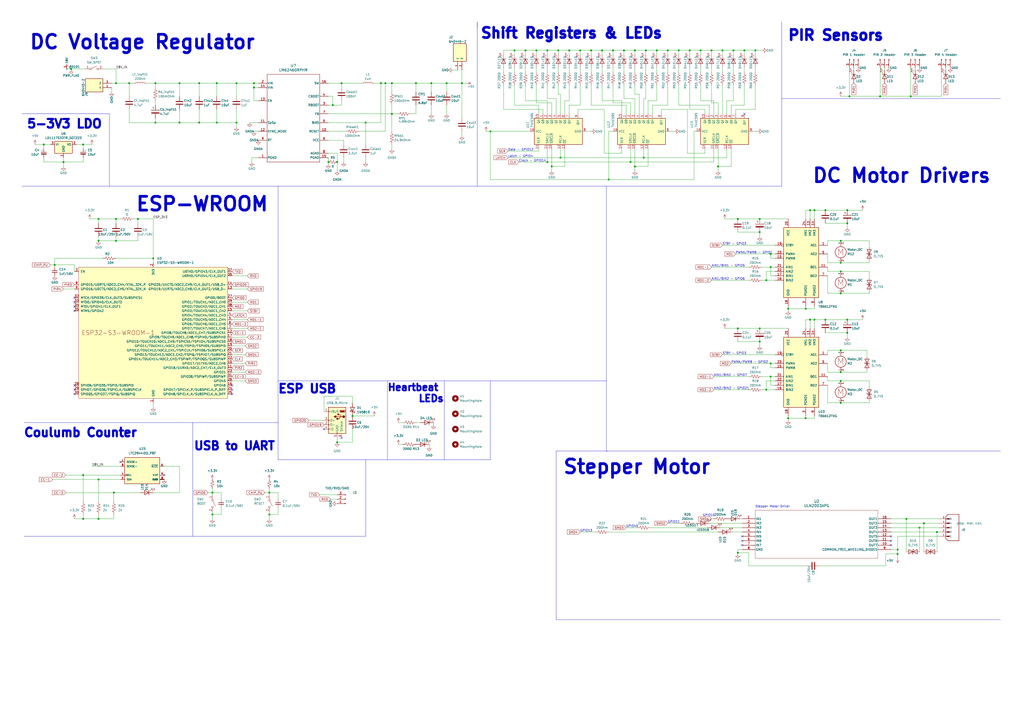
<source format=kicad_sch>
(kicad_sch (version 20230121) (generator eeschema)
  (paper "A2")
  (junction (at 115.57 48.26))
  (junction (at 104.14 71.12))
  (junction (at 284.48 76.2))
  (junction (at 198.12 48.26))
  (junction (at 267.97 48.26))
  (junction (at 491.49 193.04))
  (junction (at 487.68 203.2))
  (junction (at 67.31 48.26))
  (junction (at 204.47 241.3))
  (junction (at 193.04 60.96))
  (junction (at 90.17 48.26))
  (junction (at 80.01 127))
  (junction (at 457.2 179.07))
  (junction (at 25.4 83.82))
  (junction (at 528.32 55.88))
  (junction (at 325.12 91.44))
  (junction (at 311.15 29.21))
  (junction (at 412.75 29.21))
  (junction (at 425.45 29.21))
  (junction (at 525.78 300.99))
  (junction (at 487.68 215.9))
  (junction (at 66.04 285.75))
  (junction (at 381 29.21))
  (junction (at 440.69 127))
  (junction (at 320.04 96.52))
  (junction (at 419.1 29.21))
  (junction (at 406.4 29.21))
  (junction (at 317.5 29.21))
  (junction (at 472.44 185.42))
  (junction (at 427.99 190.5))
  (junction (at 227.33 66.04))
  (junction (at 323.85 29.21))
  (junction (at 125.73 48.26))
  (junction (at 57.15 139.7))
  (junction (at 41.275 40.005))
  (junction (at 387.35 29.21))
  (junction (at 336.55 29.21))
  (junction (at 373.38 91.44))
  (junction (at 374.65 29.21))
  (junction (at 487.68 170.18))
  (junction (at 57.15 300.99))
  (junction (at 156.21 285.75))
  (junction (at 90.17 71.12))
  (junction (at 67.31 127))
  (junction (at 74.93 48.26))
  (junction (at 195.58 256.54))
  (junction (at 67.31 139.7))
  (junction (at 427.99 320.675))
  (junction (at 491.49 121.92))
  (junction (at 416.56 96.52))
  (junction (at 487.68 220.98))
  (junction (at 241.3 48.26))
  (junction (at 520.7 321.31))
  (junction (at 123.19 285.75))
  (junction (at 438.15 29.21))
  (junction (at 487.68 139.7))
  (junction (at 57.15 127))
  (junction (at 447.04 154.94))
  (junction (at 457.2 242.57))
  (junction (at 431.8 29.21))
  (junction (at 48.26 275.59))
  (junction (at 368.3 96.52))
  (junction (at 36.83 93.98))
  (junction (at 31.75 153.67))
  (junction (at 147.32 48.26))
  (junction (at 349.25 29.21))
  (junction (at 535.94 303.53))
  (junction (at 491.49 129.54))
  (junction (at 440.69 134.62))
  (junction (at 361.95 29.21))
  (junction (at 223.52 48.26))
  (junction (at 472.44 121.92))
  (junction (at 190.5 93.98))
  (junction (at 440.69 198.12))
  (junction (at 447.04 147.32))
  (junction (at 444.5 162.56))
  (junction (at 447.04 210.82))
  (junction (at 393.7 29.21))
  (junction (at 487.68 152.4))
  (junction (at 427.99 127))
  (junction (at 195.58 93.98))
  (junction (at 115.57 71.12))
  (junction (at 467.36 242.57))
  (junction (at 440.69 190.5))
  (junction (at 533.4 306.07))
  (junction (at 212.09 71.12))
  (junction (at 487.68 233.68))
  (junction (at 355.6 29.21))
  (junction (at 520.7 318.77))
  (junction (at 491.49 185.42))
  (junction (at 259.08 48.26))
  (junction (at 353.06 104.14))
  (junction (at 48.26 300.99))
  (junction (at 104.14 48.26))
  (junction (at 137.16 48.26))
  (junction (at 220.98 48.26))
  (junction (at 48.26 83.82))
  (junction (at 447.04 218.44))
  (junction (at 467.36 179.07))
  (junction (at 125.73 71.12))
  (junction (at 298.45 29.21))
  (junction (at 510.54 55.88))
  (junction (at 137.16 71.12))
  (junction (at 57.15 278.13))
  (junction (at 123.19 298.45))
  (junction (at 250.19 48.26))
  (junction (at 400.05 29.21))
  (junction (at 365.76 93.98))
  (junction (at 444.5 226.06))
  (junction (at 147.32 50.8))
  (junction (at 487.68 157.48))
  (junction (at 469.9 121.92))
  (junction (at 156.21 298.45))
  (junction (at 330.2 29.21))
  (junction (at 469.9 185.42))
  (junction (at 317.5 93.98))
  (junction (at 368.3 29.21))
  (junction (at 88.9 149.86))
  (junction (at 478.79 121.92))
  (junction (at 227.33 48.26))
  (junction (at 543.56 308.61))
  (junction (at 478.79 185.42))
  (junction (at 304.8 29.21))
  (junction (at 342.9 29.21))
  (junction (at 492.76 55.88))
  (no_connect (at 134.62 223.52))
  (no_connect (at 95.25 275.59))
  (no_connect (at 430.53 311.15))
  (no_connect (at 430.53 313.69))
  (no_connect (at 134.62 228.6))
  (no_connect (at 43.18 172.72))
  (no_connect (at 43.18 175.26))
  (no_connect (at 69.85 267.97))
  (no_connect (at 516.89 311.15))
  (no_connect (at 516.89 316.23))
  (no_connect (at 43.18 228.6))
  (no_connect (at 430.53 316.23))
  (no_connect (at 43.18 177.8))
  (no_connect (at 43.18 226.06))
  (no_connect (at 198.12 254))
  (no_connect (at 516.89 313.69))
  (no_connect (at 43.18 223.52))
  (no_connect (at 187.96 248.92))
  (no_connect (at 431.8 66.04))
  (no_connect (at 43.18 180.34))
  (no_connect (at 134.62 226.06))
  (wire (pts (xy 227.33 48.26) (xy 227.33 53.34)))
  (wire (pts (xy 48.26 83.82) (xy 44.45 83.82)))
  (wire (pts (xy 368.3 57.15) (xy 361.95 57.15)))
  (wire (pts (xy 375.92 86.36) (xy 375.92 96.52)))
  (wire (pts (xy 30.48 278.13) (xy 57.15 278.13)))
  (wire (pts (xy 414.02 218.44) (xy 434.34 218.44)))
  (polyline (pts (xy 111.76 311.15) (xy 212.09 311.15)))
  (wire (pts (xy 406.4 41.91) (xy 406.4 39.37)))
  (wire (pts (xy 378.46 60.96) (xy 387.35 60.96)))
  (wire (pts (xy 491.49 121.92) (xy 500.38 121.92)))
  (wire (pts (xy 487.68 170.18) (xy 504.19 170.18)))
  (wire (pts (xy 440.69 134.62) (xy 440.69 137.16)))
  (wire (pts (xy 419.1 205.74) (xy 449.58 205.74)))
  (wire (pts (xy 444.5 220.98) (xy 449.58 220.98)))
  (wire (pts (xy 472.44 177.8) (xy 472.44 179.07)))
  (wire (pts (xy 147.32 76.2) (xy 149.86 76.2)))
  (wire (pts (xy 80.01 127) (xy 88.9 127)))
  (wire (pts (xy 457.2 177.8) (xy 457.2 179.07)))
  (wire (pts (xy 361.95 57.15) (xy 361.95 49.53)))
  (wire (pts (xy 41.275 40.005) (xy 49.53 40.005)))
  (wire (pts (xy 161.29 298.45) (xy 156.21 298.45)))
  (wire (pts (xy 353.06 76.2) (xy 353.06 104.14)))
  (wire (pts (xy 317.5 31.75) (xy 317.5 29.21)))
  (wire (pts (xy 74.93 48.26) (xy 74.93 55.88)))
  (wire (pts (xy 502.92 215.9) (xy 502.92 214.63)))
  (wire (pts (xy 516.89 303.53) (xy 535.94 303.53)))
  (wire (pts (xy 325.12 66.04) (xy 325.12 54.61)))
  (wire (pts (xy 330.2 66.04) (xy 330.2 60.96)))
  (wire (pts (xy 400.05 41.91) (xy 400.05 39.37)))
  (wire (pts (xy 128.27 285.75) (xy 128.27 289.56)))
  (wire (pts (xy 146.05 91.44) (xy 146.05 93.98)))
  (wire (pts (xy 187.96 238.76) (xy 187.96 229.87)))
  (wire (pts (xy 431.8 60.96) (xy 431.8 49.53)))
  (wire (pts (xy 472.44 121.92) (xy 478.79 121.92)))
  (wire (pts (xy 190.5 71.12) (xy 212.09 71.12)))
  (wire (pts (xy 323.85 29.21) (xy 330.2 29.21)))
  (wire (pts (xy 317.5 93.98) (xy 365.76 93.98)))
  (wire (pts (xy 370.84 54.61) (xy 368.3 54.61)))
  (wire (pts (xy 368.3 29.21) (xy 374.65 29.21)))
  (wire (pts (xy 467.36 121.92) (xy 469.9 121.92)))
  (wire (pts (xy 74.93 71.12) (xy 90.17 71.12)))
  (wire (pts (xy 193.04 55.88) (xy 193.04 60.96)))
  (wire (pts (xy 250.19 48.26) (xy 250.19 53.34)))
  (wire (pts (xy 57.15 127) (xy 67.31 127)))
  (wire (pts (xy 416.56 96.52) (xy 416.56 99.06)))
  (wire (pts (xy 64.77 53.34) (xy 64.77 50.8)))
  (wire (pts (xy 447.04 218.44) (xy 447.04 223.52)))
  (wire (pts (xy 440.69 190.5) (xy 457.2 190.5)))
  (wire (pts (xy 472.44 185.42) (xy 478.79 185.42)))
  (polyline (pts (xy 453.39 12.7) (xy 453.39 107.95)))
  (polyline (pts (xy 322.58 261.62) (xy 351.9452 261.62)))
  (wire (pts (xy 447.04 213.36) (xy 449.58 213.36)))
  (wire (pts (xy 412.75 154.94) (xy 434.34 154.94)))
  (wire (pts (xy 426.72 63.5) (xy 438.15 63.5)))
  (wire (pts (xy 492.76 55.88) (xy 510.54 55.88)))
  (wire (pts (xy 198.12 60.96) (xy 198.12 58.42)))
  (wire (pts (xy 123.19 285.75) (xy 128.27 285.75)))
  (wire (pts (xy 480.06 215.9) (xy 487.68 215.9)))
  (wire (pts (xy 438.15 63.5) (xy 438.15 49.53)))
  (polyline (pts (xy 257.81 266.7) (xy 284.48 266.7)))
  (wire (pts (xy 223.52 48.26) (xy 220.98 48.26)))
  (wire (pts (xy 304.8 58.42) (xy 304.8 49.53)))
  (wire (pts (xy 134.62 167.64) (xy 143.51 167.64)))
  (wire (pts (xy 212.09 71.12) (xy 220.98 71.12)))
  (wire (pts (xy 416.56 59.69) (xy 412.75 59.69)))
  (wire (pts (xy 387.35 303.53) (xy 394.97 303.53)))
  (polyline (pts (xy 276.86 12.7) (xy 276.86 16.51)))
  (wire (pts (xy 320.04 59.69) (xy 311.15 59.69)))
  (polyline (pts (xy 276.86 12.7) (xy 276.86 107.95)))
  (wire (pts (xy 427.99 320.675) (xy 427.99 321.31)))
  (wire (pts (xy 161.29 285.75) (xy 161.29 289.56)))
  (wire (pts (xy 381 29.21) (xy 387.35 29.21)))
  (wire (pts (xy 504.19 152.4) (xy 504.19 151.13)))
  (wire (pts (xy 241.3 48.26) (xy 250.19 48.26)))
  (wire (pts (xy 416.56 96.52) (xy 424.18 96.52)))
  (wire (pts (xy 480.06 160.02) (xy 480.06 170.18)))
  (polyline (pts (xy 161.29 245.11) (xy 161.29 266.7)))
  (wire (pts (xy 495.3 39.37) (xy 495.3 40.64)))
  (polyline (pts (xy 351.79 261.62) (xy 580.39 261.62)))
  (wire (pts (xy 185.42 287.02) (xy 195.58 287.02)))
  (wire (pts (xy 104.14 270.51) (xy 104.14 285.75)))
  (polyline (pts (xy 212.09 266.7) (xy 212.09 308.61)))
  (wire (pts (xy 38.1 285.75) (xy 66.04 285.75)))
  (polyline (pts (xy 111.76 266.7) (xy 111.76 311.15)))
  (wire (pts (xy 377.19 306.07) (xy 410.21 306.07)))
  (wire (pts (xy 467.36 185.42) (xy 469.9 185.42)))
  (wire (pts (xy 414.02 226.06) (xy 434.34 226.06)))
  (wire (pts (xy 134.62 215.9) (xy 142.24 215.9)))
  (wire (pts (xy 74.93 48.26) (xy 77.47 48.26)))
  (wire (pts (xy 74.93 63.5) (xy 74.93 71.12)))
  (wire (pts (xy 134.62 200.66) (xy 142.24 200.66)))
  (wire (pts (xy 179.07 243.84) (xy 187.96 243.84)))
  (wire (pts (xy 353.06 76.2) (xy 355.6 76.2)))
  (wire (pts (xy 48.26 83.82) (xy 53.34 83.82)))
  (wire (pts (xy 412.75 300.99) (xy 414.02 300.99)))
  (wire (pts (xy 393.7 60.96) (xy 411.48 60.96)))
  (wire (pts (xy 414.02 66.04) (xy 414.02 58.42)))
  (wire (pts (xy 429.26 300.99) (xy 430.53 300.99)))
  (wire (pts (xy 349.25 31.75) (xy 349.25 29.21)))
  (wire (pts (xy 504.19 233.68) (xy 504.19 232.41)))
  (wire (pts (xy 284.48 76.2) (xy 307.34 76.2)))
  (wire (pts (xy 467.36 179.07) (xy 457.2 179.07)))
  (wire (pts (xy 478.79 185.42) (xy 491.49 185.42)))
  (wire (pts (xy 80.01 137.16) (xy 80.01 139.7)))
  (wire (pts (xy 457.2 241.3) (xy 457.2 242.57)))
  (wire (pts (xy 77.47 127) (xy 80.01 127)))
  (wire (pts (xy 480.06 218.44) (xy 480.06 220.98)))
  (wire (pts (xy 355.6 59.69) (xy 365.76 59.69)))
  (wire (pts (xy 349.25 29.21) (xy 355.6 29.21)))
  (wire (pts (xy 125.73 48.26) (xy 137.16 48.26)))
  (wire (pts (xy 259.08 60.96) (xy 259.08 66.04)))
  (wire (pts (xy 134.62 180.34) (xy 143.51 180.34)))
  (wire (pts (xy 388.62 76.2) (xy 391.16 76.2)))
  (wire (pts (xy 520.7 311.15) (xy 544.83 311.15)))
  (wire (pts (xy 80.01 129.54) (xy 80.01 127)))
  (wire (pts (xy 353.06 104.14) (xy 402.59 104.14)))
  (wire (pts (xy 438.15 41.91) (xy 438.15 39.37)))
  (wire (pts (xy 469.9 185.42) (xy 472.44 185.42)))
  (wire (pts (xy 238.125 66.04) (xy 241.3 66.04)))
  (polyline (pts (xy 161.29 107.95) (xy 161.29 245.11)))
  (wire (pts (xy 187.96 229.87) (xy 204.47 229.87)))
  (wire (pts (xy 374.65 29.21) (xy 381 29.21)))
  (wire (pts (xy 412.75 29.21) (xy 419.1 29.21)))
  (wire (pts (xy 67.31 40.005) (xy 67.31 48.26)))
  (wire (pts (xy 104.14 48.26) (xy 115.57 48.26)))
  (polyline (pts (xy 580.39 359.41) (xy 322.58 359.41)))
  (wire (pts (xy 204.47 248.92) (xy 204.47 256.54)))
  (wire (pts (xy 383.54 66.04) (xy 383.54 63.5)))
  (wire (pts (xy 335.28 63.5) (xy 335.28 66.04)))
  (wire (pts (xy 134.62 220.98) (xy 142.24 220.98)))
  (wire (pts (xy 294.64 87.63) (xy 312.42 87.63)))
  (wire (pts (xy 387.35 60.96) (xy 387.35 49.53)))
  (wire (pts (xy 304.8 29.21) (xy 311.15 29.21)))
  (wire (pts (xy 467.36 241.3) (xy 467.36 242.57)))
  (wire (pts (xy 533.4 306.07) (xy 533.4 320.04)))
  (wire (pts (xy 373.38 91.44) (xy 373.38 86.36)))
  (wire (pts (xy 528.32 55.88) (xy 546.1 55.88)))
  (wire (pts (xy 323.85 54.61) (xy 323.85 49.53)))
  (wire (pts (xy 227.33 66.04) (xy 230.505 66.04)))
  (wire (pts (xy 516.89 308.61) (xy 543.56 308.61)))
  (wire (pts (xy 363.22 306.07) (xy 369.57 306.07)))
  (polyline (pts (xy 63.5 66.04) (xy 63.5 107.95)))
  (wire (pts (xy 48.26 300.99) (xy 57.15 300.99)))
  (wire (pts (xy 137.16 71.12) (xy 137.16 73.66)))
  (wire (pts (xy 412.75 41.91) (xy 412.75 39.37)))
  (wire (pts (xy 204.47 241.3) (xy 217.17 241.3)))
  (wire (pts (xy 513.715 328.295) (xy 513.715 321.31)))
  (wire (pts (xy 227.33 83.82) (xy 227.33 86.36)))
  (wire (pts (xy 322.58 57.15) (xy 317.5 57.15)))
  (wire (pts (xy 147.32 48.26) (xy 147.32 50.8)))
  (wire (pts (xy 325.12 86.36) (xy 325.12 91.44)))
  (wire (pts (xy 533.4 306.07) (xy 544.83 306.07)))
  (wire (pts (xy 323.85 31.75) (xy 323.85 29.21)))
  (wire (pts (xy 267.97 76.2) (xy 267.97 78.74)))
  (wire (pts (xy 57.15 139.7) (xy 57.15 137.16)))
  (wire (pts (xy 491.49 129.54) (xy 491.49 132.08)))
  (wire (pts (xy 190.5 88.9) (xy 195.58 88.9)))
  (wire (pts (xy 314.96 63.5) (xy 292.1 63.5)))
  (wire (pts (xy 128.27 294.64) (xy 128.27 298.45)))
  (wire (pts (xy 427.99 134.62) (xy 440.69 134.62)))
  (wire (pts (xy 57.15 127) (xy 52.07 127)))
  (wire (pts (xy 370.84 66.04) (xy 370.84 54.61)))
  (wire (pts (xy 374.65 41.91) (xy 374.65 39.37)))
  (wire (pts (xy 375.92 66.04) (xy 375.92 58.42)))
  (wire (pts (xy 360.68 86.36) (xy 360.68 88.9)))
  (wire (pts (xy 66.04 285.75) (xy 81.28 285.75)))
  (wire (pts (xy 88.9 127) (xy 88.9 149.86)))
  (wire (pts (xy 480.06 220.98) (xy 487.68 220.98)))
  (wire (pts (xy 115.57 63.5) (xy 115.57 71.12)))
  (wire (pts (xy 195.58 93.98) (xy 195.58 99.06)))
  (wire (pts (xy 137.16 48.26) (xy 137.16 55.88)))
  (wire (pts (xy 434.34 320.675) (xy 427.99 320.675)))
  (wire (pts (xy 66.04 285.75) (xy 66.04 290.83)))
  (wire (pts (xy 336.55 41.91) (xy 336.55 39.37)))
  (wire (pts (xy 241.3 60.96) (xy 241.3 66.04)))
  (wire (pts (xy 311.15 41.91) (xy 311.15 39.37)))
  (wire (pts (xy 480.06 170.18) (xy 487.68 170.18)))
  (wire (pts (xy 190.5 93.98) (xy 190.5 95.25)))
  (wire (pts (xy 487.68 157.48) (xy 504.19 157.48)))
  (polyline (pts (xy 161.29 266.7) (xy 224.79 266.7)))
  (wire (pts (xy 320.04 96.52) (xy 327.66 96.52)))
  (wire (pts (xy 472.44 242.57) (xy 467.36 242.57)))
  (wire (pts (xy 419.1 41.91) (xy 419.1 39.37)))
  (wire (pts (xy 193.04 60.96) (xy 198.12 60.96)))
  (wire (pts (xy 25.4 91.44) (xy 25.4 93.98)))
  (wire (pts (xy 487.68 139.7) (xy 504.19 139.7)))
  (wire (pts (xy 298.45 29.21) (xy 304.8 29.21)))
  (wire (pts (xy 546.1 39.37) (xy 546.1 55.88)))
  (wire (pts (xy 387.35 31.75) (xy 387.35 29.21)))
  (wire (pts (xy 147.32 50.8) (xy 147.32 58.42)))
  (wire (pts (xy 327.66 66.04) (xy 327.66 58.42)))
  (wire (pts (xy 393.7 31.75) (xy 393.7 29.21)))
  (wire (pts (xy 355.6 31.75) (xy 355.6 29.21)))
  (wire (pts (xy 312.42 66.04) (xy 312.42 60.96)))
  (polyline (pts (xy 224.79 220.98) (xy 224.79 266.7)))
  (wire (pts (xy 492.76 39.37) (xy 492.76 55.88)))
  (wire (pts (xy 330.2 41.91) (xy 330.2 39.37)))
  (wire (pts (xy 425.45 41.91) (xy 425.45 39.37)))
  (wire (pts (xy 48.26 275.59) (xy 69.85 275.59)))
  (wire (pts (xy 520.7 321.31) (xy 520.7 323.85)))
  (polyline (pts (xy 212.09 308.61) (xy 212.09 311.15)))
  (wire (pts (xy 425.45 58.42) (xy 425.45 49.53)))
  (wire (pts (xy 336.55 29.21) (xy 342.9 29.21)))
  (wire (pts (xy 530.86 39.37) (xy 530.86 40.64)))
  (wire (pts (xy 314.96 66.04) (xy 314.96 63.5)))
  (wire (pts (xy 441.96 162.56) (xy 444.5 162.56)))
  (wire (pts (xy 353.06 308.61) (xy 416.56 308.61)))
  (wire (pts (xy 520.7 318.77) (xy 520.7 321.31)))
  (wire (pts (xy 325.12 54.61) (xy 323.85 54.61)))
  (wire (pts (xy 440.69 198.12) (xy 440.69 200.66)))
  (polyline (pts (xy 12.7 66.04) (xy 63.5 66.04)))
  (wire (pts (xy 411.48 303.53) (xy 430.53 303.53)))
  (wire (pts (xy 398.78 88.9) (xy 408.94 88.9)))
  (wire (pts (xy 513.715 321.31) (xy 520.7 321.31)))
  (wire (pts (xy 408.94 88.9) (xy 408.94 86.36)))
  (wire (pts (xy 444.5 162.56) (xy 444.5 157.48)))
  (wire (pts (xy 447.04 154.94) (xy 447.04 160.02)))
  (wire (pts (xy 368.3 31.75) (xy 368.3 29.21)))
  (wire (pts (xy 363.22 66.04) (xy 363.22 60.96)))
  (wire (pts (xy 373.38 57.15) (xy 374.65 57.15)))
  (polyline (pts (xy 284.48 220.98) (xy 284.48 266.7)))
  (wire (pts (xy 64.77 48.26) (xy 67.31 48.26)))
  (wire (pts (xy 361.95 31.75) (xy 361.95 29.21)))
  (wire (pts (xy 416.56 66.04) (xy 416.56 59.69)))
  (wire (pts (xy 156.21 283.21) (xy 156.21 285.75)))
  (wire (pts (xy 400.05 31.75) (xy 400.05 29.21)))
  (wire (pts (xy 36.83 93.98) (xy 48.26 93.98)))
  (wire (pts (xy 88.9 149.86) (xy 88.9 152.4)))
  (wire (pts (xy 161.29 294.64) (xy 161.29 298.45)))
  (wire (pts (xy 411.48 66.04) (xy 411.48 60.96)))
  (wire (pts (xy 241.3 48.26) (xy 241.3 53.34)))
  (wire (pts (xy 478.79 121.92) (xy 491.49 121.92)))
  (wire (pts (xy 327.66 58.42) (xy 330.2 58.42)))
  (wire (pts (xy 467.36 185.42) (xy 467.36 190.5)))
  (wire (pts (xy 284.48 104.14) (xy 353.06 104.14)))
  (wire (pts (xy 123.19 285.75) (xy 120.65 285.75)))
  (wire (pts (xy 90.17 48.26) (xy 90.17 50.8)))
  (wire (pts (xy 412.75 162.56) (xy 434.34 162.56)))
  (polyline (pts (xy 322.58 359.41) (xy 322.58 261.62)))
  (wire (pts (xy 469.9 121.92) (xy 472.44 121.92)))
  (wire (pts (xy 67.31 139.7) (xy 57.15 139.7)))
  (wire (pts (xy 449.58 162.56) (xy 444.5 162.56)))
  (wire (pts (xy 449.58 226.06) (xy 444.5 226.06)))
  (wire (pts (xy 480.06 210.82) (xy 480.06 215.9)))
  (wire (pts (xy 59.69 40.005) (xy 67.31 40.005)))
  (wire (pts (xy 156.21 298.45) (xy 156.21 300.99)))
  (wire (pts (xy 134.62 160.02) (xy 143.51 160.02)))
  (polyline (pts (xy 351.9452 261.62) (xy 352.3023 261.9771)))
  (wire (pts (xy 427.99 318.77) (xy 427.99 320.675)))
  (wire (pts (xy 304.8 31.75) (xy 304.8 29.21)))
  (wire (pts (xy 137.16 63.5) (xy 137.16 71.12)))
  (wire (pts (xy 480.06 154.94) (xy 480.06 157.48)))
  (wire (pts (xy 36.83 91.44) (xy 36.83 93.98)))
  (wire (pts (xy 312.42 60.96) (xy 298.45 60.96)))
  (wire (pts (xy 29.21 153.67) (xy 31.75 153.67)))
  (wire (pts (xy 438.15 31.75) (xy 438.15 29.21)))
  (wire (pts (xy 491.49 193.04) (xy 491.49 195.58)))
  (wire (pts (xy 95.25 270.51) (xy 104.14 270.51)))
  (wire (pts (xy 457.2 242.57) (xy 457.2 243.84)))
  (wire (pts (xy 398.78 63.5) (xy 398.78 88.9)))
  (wire (pts (xy 436.88 76.2) (xy 439.42 76.2)))
  (wire (pts (xy 259.08 48.26) (xy 259.08 53.34)))
  (wire (pts (xy 414.02 58.42) (xy 406.4 58.42)))
  (wire (pts (xy 447.04 213.36) (xy 447.04 210.82)))
  (wire (pts (xy 548.64 39.37) (xy 548.64 40.64)))
  (wire (pts (xy 447.04 160.02) (xy 449.58 160.02)))
  (wire (pts (xy 427.99 198.12) (xy 440.69 198.12)))
  (wire (pts (xy 317.5 58.42) (xy 304.8 58.42)))
  (wire (pts (xy 156.21 285.75) (xy 156.21 287.02)))
  (wire (pts (xy 304.8 41.91) (xy 304.8 39.37)))
  (wire (pts (xy 373.38 66.04) (xy 373.38 57.15)))
  (wire (pts (xy 227.33 66.04) (xy 227.33 76.2)))
  (polyline (pts (xy 161.29 220.98) (xy 351.79 220.98)))
  (wire (pts (xy 421.64 66.04) (xy 421.64 58.42)))
  (wire (pts (xy 525.78 300.99) (xy 544.83 300.99)))
  (wire (pts (xy 212.09 71.12) (xy 212.09 83.82)))
  (wire (pts (xy 31.75 153.67) (xy 43.18 153.67)))
  (wire (pts (xy 298.45 60.96) (xy 298.45 49.53)))
  (wire (pts (xy 57.15 298.45) (xy 57.15 300.99)))
  (wire (pts (xy 467.36 177.8) (xy 467.36 179.07)))
  (wire (pts (xy 502.92 203.2) (xy 502.92 207.01)))
  (polyline (pts (xy 276.86 107.95) (xy 351.79 107.95)))
  (wire (pts (xy 487.68 220.98) (xy 504.19 220.98)))
  (wire (pts (xy 67.31 127) (xy 67.31 129.54)))
  (wire (pts (xy 419.1 29.21) (xy 425.45 29.21)))
  (wire (pts (xy 368.3 86.36) (xy 368.3 96.52)))
  (wire (pts (xy 320.04 96.52) (xy 320.04 99.06)))
  (wire (pts (xy 424.18 66.04) (xy 424.18 60.96)))
  (wire (pts (xy 31.75 154.94) (xy 31.75 153.67)))
  (wire (pts (xy 43.18 153.67) (xy 43.18 157.48)))
  (wire (pts (xy 406.4 58.42) (xy 406.4 49.53)))
  (wire (pts (xy 360.68 66.04) (xy 360.68 58.42)))
  (wire (pts (xy 381 41.91) (xy 381 39.37)))
  (wire (pts (xy 402.59 76.2) (xy 403.86 76.2)))
  (wire (pts (xy 420.37 190.5) (xy 427.99 190.5)))
  (polyline (pts (xy 12.7 107.95) (xy 276.86 107.95)))
  (wire (pts (xy 478.79 129.54) (xy 491.49 129.54)))
  (wire (pts (xy 355.6 29.21) (xy 361.95 29.21)))
  (wire (pts (xy 36.83 167.64) (xy 43.18 167.64)))
  (wire (pts (xy 90.17 71.12) (xy 90.17 68.58)))
  (wire (pts (xy 134.62 205.74) (xy 142.24 205.74)))
  (wire (pts (xy 125.73 55.88) (xy 125.73 48.26)))
  (wire (pts (xy 199.39 81.28) (xy 199.39 83.82)))
  (wire (pts (xy 31.75 149.86) (xy 31.75 153.67)))
  (wire (pts (xy 90.17 58.42) (xy 90.17 60.96)))
  (wire (pts (xy 419.1 66.04) (xy 419.1 49.53)))
  (wire (pts (xy 520.7 318.77) (xy 520.7 311.15)))
  (wire (pts (xy 57.15 278.13) (xy 57.15 290.83)))
  (wire (pts (xy 425.45 31.75) (xy 425.45 29.21)))
  (wire (pts (xy 368.3 96.52) (xy 368.3 99.06)))
  (wire (pts (xy 53.34 270.51) (xy 69.85 270.51)))
  (wire (pts (xy 317.5 41.91) (xy 317.5 39.37)))
  (wire (pts (xy 267.97 48.26) (xy 267.97 68.58)))
  (wire (pts (xy 381 31.75) (xy 381 29.21)))
  (wire (pts (xy 393.7 29.21) (xy 400.05 29.21)))
  (wire (pts (xy 123.19 285.75) (xy 123.19 287.02)))
  (wire (pts (xy 325.12 91.44) (xy 373.38 91.44)))
  (wire (pts (xy 281.94 76.2) (xy 284.48 76.2)))
  (wire (pts (xy 516.89 306.07) (xy 533.4 306.07)))
  (wire (pts (xy 441.96 29.21) (xy 438.15 29.21)))
  (wire (pts (xy 300.99 93.98) (xy 317.5 93.98)))
  (wire (pts (xy 427.99 127) (xy 440.69 127)))
  (wire (pts (xy 360.68 88.9) (xy 350.52 88.9)))
  (wire (pts (xy 491.49 185.42) (xy 500.38 185.42)))
  (wire (pts (xy 361.95 29.21) (xy 368.3 29.21)))
  (wire (pts (xy 412.75 31.75) (xy 412.75 29.21)))
  (wire (pts (xy 317.5 66.04) (xy 317.5 58.42)))
  (wire (pts (xy 447.04 147.32) (xy 449.58 147.32)))
  (wire (pts (xy 447.04 147.32) (xy 447.04 149.86)))
  (wire (pts (xy 198.12 48.26) (xy 198.12 50.8)))
  (wire (pts (xy 350.52 88.9) (xy 350.52 63.5)))
  (wire (pts (xy 457.2 179.07) (xy 457.2 180.34)))
  (wire (pts (xy 25.4 83.82) (xy 25.4 86.36)))
  (wire (pts (xy 80.01 139.7) (xy 67.31 139.7)))
  (wire (pts (xy 298.45 41.91) (xy 298.45 39.37)))
  (wire (pts (xy 355.6 41.91) (xy 355.6 39.37)))
  (wire (pts (xy 67.31 127) (xy 69.85 127)))
  (wire (pts (xy 190.5 76.2) (xy 200.66 76.2)))
  (wire (pts (xy 250.19 60.96) (xy 250.19 66.04)))
  (wire (pts (xy 57.15 129.54) (xy 57.15 127)))
  (wire (pts (xy 294.64 91.44) (xy 325.12 91.44)))
  (wire (pts (xy 104.14 71.12) (xy 115.57 71.12)))
  (wire (pts (xy 144.78 71.12) (xy 149.86 71.12)))
  (wire (pts (xy 48.26 275.59) (xy 48.26 290.83)))
  (wire (pts (xy 469.9 185.42) (xy 469.9 190.5)))
  (wire (pts (xy 104.14 48.26) (xy 104.14 55.88)))
  (wire (pts (xy 480.06 157.48) (xy 487.68 157.48)))
  (wire (pts (xy 365.76 93.98) (xy 414.02 93.98)))
  (wire (pts (xy 292.1 31.75) (xy 292.1 29.21)))
  (wire (pts (xy 363.22 60.96) (xy 342.9 60.96)))
  (wire (pts (xy 85.09 48.26) (xy 90.17 48.26)))
  (wire (pts (xy 199.39 91.44) (xy 199.39 93.98)))
  (wire (pts (xy 231.14 245.11) (xy 233.68 245.11)))
  (wire (pts (xy 374.65 31.75) (xy 374.65 29.21)))
  (wire (pts (xy 421.64 58.42) (xy 425.45 58.42)))
  (wire (pts (xy 147.32 50.8) (xy 149.86 50.8)))
  (wire (pts (xy 504.19 170.18) (xy 504.19 168.91)))
  (wire (pts (xy 342.9 29.21) (xy 349.25 29.21)))
  (wire (pts (xy 525.78 300.99) (xy 525.78 320.04)))
  (wire (pts (xy 349.25 41.91) (xy 349.25 39.37)))
  (wire (pts (xy 330.2 31.75) (xy 330.2 29.21)))
  (wire (pts (xy 426.72 147.32) (xy 447.04 147.32)))
  (wire (pts (xy 373.38 91.44) (xy 421.64 91.44)))
  (wire (pts (xy 223.52 48.26) (xy 227.33 48.26)))
  (wire (pts (xy 57.15 300.99) (xy 66.04 300.99)))
  (polyline (pts (xy 351.79 220.98) (xy 351.79 261.62)))
  (wire (pts (xy 449.58 223.52) (xy 447.04 223.52)))
  (wire (pts (xy 361.95 41.91) (xy 361.95 39.37)))
  (wire (pts (xy 378.46 66.04) (xy 378.46 60.96)))
  (wire (pts (xy 414.02 93.98) (xy 414.02 86.36)))
  (wire (pts (xy 516.89 300.99) (xy 525.78 300.99)))
  (wire (pts (xy 365.76 66.04) (xy 365.76 59.69)))
  (wire (pts (xy 134.62 175.26) (xy 143.51 175.26)))
  (wire (pts (xy 267.97 48.26) (xy 270.51 48.26)))
  (wire (pts (xy 480.06 142.24) (xy 480.06 139.7)))
  (wire (pts (xy 190.5 48.26) (xy 198.12 48.26)))
  (wire (pts (xy 425.45 29.21) (xy 431.8 29.21)))
  (wire (pts (xy 284.48 76.2) (xy 284.48 104.14)))
  (wire (pts (xy 156.21 285.75) (xy 161.29 285.75)))
  (polyline (pts (xy 111.76 245.11) (xy 111.76 266.7)))
  (wire (pts (xy 48.26 298.45) (xy 48.26 300.99)))
  (wire (pts (xy 543.56 308.61) (xy 543.56 320.04)))
  (wire (pts (xy 259.08 48.26) (xy 267.97 48.26)))
  (wire (pts (xy 472.44 121.92) (xy 472.44 127)))
  (wire (pts (xy 115.57 48.26) (xy 115.57 55.88)))
  (wire (pts (xy 368.3 41.91) (xy 368.3 39.37)))
  (wire (pts (xy 350.52 63.5) (xy 335.28 63.5)))
  (wire (pts (xy 420.37 127) (xy 427.99 127)))
  (wire (pts (xy 190.5 66.04) (xy 227.33 66.04)))
  (wire (pts (xy 320.04 86.36) (xy 320.04 96.52)))
  (wire (pts (xy 90.17 48.26) (xy 104.14 48.26)))
  (wire (pts (xy 504.19 139.7) (xy 504.19 143.51)))
  (wire (pts (xy 208.28 76.2) (xy 223.52 76.2)))
  (wire (pts (xy 402.59 303.53) (xy 403.86 303.53)))
  (wire (pts (xy 59.69 149.86) (xy 31.75 149.86)))
  (wire (pts (xy 355.6 59.69) (xy 355.6 49.53)))
  (wire (pts (xy 387.35 41.91) (xy 387.35 39.37)))
  (wire (pts (xy 250.19 48.26) (xy 259.08 48.26)))
  (wire (pts (xy 137.16 48.26) (xy 147.32 48.26)))
  (wire (pts (xy 323.85 41.91) (xy 323.85 39.37)))
  (wire (pts (xy 48.26 83.82) (xy 48.26 86.36)))
  (wire (pts (xy 480.06 205.74) (xy 480.06 203.2)))
  (wire (pts (xy 231.14 257.81) (xy 233.68 257.81)))
  (wire (pts (xy 292.1 41.91) (xy 292.1 39.37)))
  (wire (pts (xy 149.86 48.26) (xy 147.32 48.26)))
  (wire (pts (xy 125.73 71.12) (xy 125.73 63.5)))
  (wire (pts (xy 424.18 86.36) (xy 424.18 96.52)))
  (wire (pts (xy 292.1 29.21) (xy 298.45 29.21)))
  (wire (pts (xy 104.14 63.5) (xy 104.14 71.12)))
  (wire (pts (xy 374.65 57.15) (xy 374.65 49.53)))
  (wire (pts (xy 383.54 63.5) (xy 398.78 63.5)))
  (wire (pts (xy 212.09 91.44) (xy 212.09 93.98)))
  (wire (pts (xy 368.3 96.52) (xy 375.92 96.52)))
  (wire (pts (xy 241.3 245.11) (xy 243.84 245.11)))
  (wire (pts (xy 336.55 31.75) (xy 336.55 29.21)))
  (wire (pts (xy 510.54 39.37) (xy 510.54 55.88)))
  (wire (pts (xy 424.18 308.61) (xy 430.53 308.61)))
  (wire (pts (xy 311.15 31.75) (xy 311.15 29.21)))
  (wire (pts (xy 467.36 121.92) (xy 467.36 127)))
  (wire (pts (xy 156.21 297.18) (xy 156.21 298.45)))
  (wire (pts (xy 440.69 127) (xy 457.2 127)))
  (wire (pts (xy 134.62 210.82) (xy 142.24 210.82)))
  (wire (pts (xy 441.96 218.44) (xy 447.04 218.44)))
  (wire (pts (xy 513.08 39.37) (xy 513.08 40.64)))
  (wire (pts (xy 227.33 60.96) (xy 227.33 66.04)))
  (wire (pts (xy 146.05 91.44) (xy 149.86 91.44)))
  (wire (pts (xy 431.8 41.91) (xy 431.8 39.37)))
  (wire (pts (xy 528.32 39.37) (xy 528.32 55.88)))
  (wire (pts (xy 469.9 121.92) (xy 469.9 127)))
  (wire (pts (xy 441.96 226.06) (xy 444.5 226.06)))
  (wire (pts (xy 504.19 220.98) (xy 504.19 224.79)))
  (wire (pts (xy 447.04 210.82) (xy 449.58 210.82)))
  (wire (pts (xy 480.06 139.7) (xy 487.68 139.7)))
  (wire (pts (xy 387.35 29.21) (xy 393.7 29.21)))
  (wire (pts (xy 262.89 40.64) (xy 265.43 40.64)))
  (wire (pts (xy 467.995 328.295) (xy 434.34 328.295)))
  (wire (pts (xy 336.55 308.61) (xy 345.44 308.61)))
  (wire (pts (xy 424.18 60.96) (xy 431.8 60.96)))
  (wire (pts (xy 134.62 190.5) (xy 143.51 190.5)))
  (wire (pts (xy 444.5 157.48) (xy 449.58 157.48)))
  (wire (pts (xy 412.75 59.69) (xy 412.75 49.53)))
  (polyline (pts (xy 13.97 311.15) (xy 35.56 311.15)))
  (polyline (pts (xy 13.97 245.11) (xy 161.29 245.11)))
  (wire (pts (xy 204.47 256.54) (xy 195.58 256.54)))
  (wire (pts (xy 475.615 328.295) (xy 513.715 328.295)))
  (wire (pts (xy 317.5 29.21) (xy 323.85 29.21)))
  (wire (pts (xy 400.05 63.5) (xy 400.05 49.53)))
  (wire (pts (xy 311.15 59.69) (xy 311.15 49.53)))
  (wire (pts (xy 535.94 303.53) (xy 544.83 303.53)))
  (polyline (pts (xy 351.79 107.95) (xy 351.79 220.98)))
  (wire (pts (xy 128.27 298.45) (xy 123.19 298.45)))
  (wire (pts (xy 336.55 60.96) (xy 336.55 49.53)))
  (wire (pts (xy 472.44 241.3) (xy 472.44 242.57)))
  (wire (pts (xy 368.3 66.04) (xy 368.3 57.15)))
  (wire (pts (xy 43.18 300.99) (xy 48.26 300.99)))
  (wire (pts (xy 424.18 210.82) (xy 447.04 210.82)))
  (wire (pts (xy 38.1 275.59) (xy 48.26 275.59)))
  (wire (pts (xy 57.15 278.13) (xy 69.85 278.13)))
  (wire (pts (xy 441.96 154.94) (xy 447.04 154.94)))
  (wire (pts (xy 487.68 203.2) (xy 502.92 203.2)))
  (wire (pts (xy 190.5 55.88) (xy 193.04 55.88)))
  (wire (pts (xy 487.68 152.4) (xy 504.19 152.4)))
  (polyline (pts (xy 111.76 311.15) (xy 35.56 311.15)))
  (wire (pts (xy 251.46 245.11) (xy 251.46 246.38)))
  (wire (pts (xy 447.04 218.44) (xy 449.58 218.44)))
  (wire (pts (xy 322.58 66.04) (xy 322.58 57.15)))
  (wire (pts (xy 408.94 66.04) (xy 408.94 63.5)))
  (wire (pts (xy 408.94 63.5) (xy 400.05 63.5)))
  (polyline (pts (xy 351.79 107.95) (xy 453.39 107.95)))
  (wire (pts (xy 467.36 242.57) (xy 457.2 242.57)))
  (wire (pts (xy 342.9 60.96) (xy 342.9 49.53)))
  (wire (pts (xy 342.9 31.75) (xy 342.9 29.21)))
  (wire (pts (xy 38.735 40.005) (xy 41.275 40.005)))
  (wire (pts (xy 25.4 83.82) (xy 20.32 83.82)))
  (wire (pts (xy 340.36 76.2) (xy 342.9 76.2)))
  (wire (pts (xy 317.5 57.15) (xy 317.5 49.53)))
  (wire (pts (xy 520.7 318.77) (xy 516.89 318.77)))
  (wire (pts (xy 190.5 81.28) (xy 199.39 81.28)))
  (wire (pts (xy 478.79 193.04) (xy 491.49 193.04)))
  (wire (pts (xy 406.4 29.21) (xy 412.75 29.21)))
  (wire (pts (xy 67.31 137.16) (xy 67.31 139.7)))
  (polyline (pts (xy 453.39 57.15) (xy 580.39 57.15)))
  (wire (pts (xy 349.25 58.42) (xy 349.25 49.53)))
  (wire (pts (xy 444.5 226.06) (xy 444.5 220.98)))
  (wire (pts (xy 360.68 58.42) (xy 349.25 58.42)))
  (wire (pts (xy 419.1 142.24) (xy 449.58 142.24)))
  (wire (pts (xy 330.2 60.96) (xy 336.55 60.96)))
  (wire (pts (xy 88.9 233.68) (xy 88.9 236.22)))
  (wire (pts (xy 147.32 58.42) (xy 149.86 58.42)))
  (wire (pts (xy 480.06 147.32) (xy 480.06 152.4)))
  (wire (pts (xy 487.68 233.68) (xy 504.19 233.68)))
  (wire (pts (xy 504.19 157.48) (xy 504.19 161.29)))
  (wire (pts (xy 292.1 63.5) (xy 292.1 49.53)))
  (wire (pts (xy 67.31 149.86) (xy 88.9 149.86)))
  (wire (pts (xy 223.52 76.2) (xy 223.52 48.26)))
  (wire (pts (xy 368.3 54.61) (xy 368.3 49.53)))
  (wire (pts (xy 426.72 66.04) (xy 426.72 63.5)))
  (wire (pts (xy 36.83 93.98) (xy 36.83 96.52)))
  (wire (pts (xy 125.73 71.12) (xy 137.16 71.12)))
  (wire (pts (xy 67.31 48.26) (xy 74.93 48.26)))
  (wire (pts (xy 421.64 91.44) (xy 421.64 86.36)))
  (polyline (pts (xy 257.81 220.98) (xy 257.81 266.7)))
  (wire (pts (xy 115.57 48.26) (xy 125.73 48.26)))
  (wire (pts (xy 487.68 215.9) (xy 502.92 215.9)))
  (wire (pts (xy 535.94 303.53) (xy 535.94 320.04)))
  (wire (pts (xy 190.5 60.96) (xy 193.04 60.96)))
  (wire (pts (xy 416.56 86.36) (xy 416.56 96.52)))
  (wire (pts (xy 191.77 289.56) (xy 195.58 289.56)))
  (wire (pts (xy 472.44 179.07) (xy 467.36 179.07)))
  (wire (pts (xy 267.97 40.64) (xy 267.97 48.26)))
  (wire (pts (xy 134.62 195.58) (xy 143.51 195.58)))
  (wire (pts (xy 123.19 283.21) (xy 123.19 285.75)))
  (wire (pts (xy 204.47 229.87) (xy 204.47 233.68)))
  (wire (pts (xy 90.17 71.12) (xy 104.14 71.12)))
  (wire (pts (xy 198.12 48.26) (xy 209.55 48.26)))
  (wire (pts (xy 88.9 285.75) (xy 104.14 285.75)))
  (wire (pts (xy 434.34 328.295) (xy 434.34 320.675)))
  (wire (pts (xy 220.98 71.12) (xy 220.98 48.26)))
  (wire (pts (xy 248.92 257.81) (xy 248.92 259.08)))
  (wire (pts (xy 427.99 190.5) (xy 440.69 190.5)))
  (wire (pts (xy 381 58.42) (xy 381 49.53)))
  (wire (pts (xy 543.56 308.61) (xy 544.83 308.61)))
  (wire (pts (xy 115.57 71.12) (xy 125.73 71.12)))
  (wire (pts (xy 123.19 298.45) (xy 123.19 300.99)))
  (wire (pts (xy 342.9 41.91) (xy 342.9 39.37)))
  (wire (pts (xy 393.7 41.91) (xy 393.7 39.37)))
  (wire (pts (xy 472.44 185.42) (xy 472.44 190.5)))
  (wire (pts (xy 406.4 31.75) (xy 406.4 29.21)))
  (wire (pts (xy 317.5 86.36) (xy 317.5 93.98)))
  (wire (pts (xy 402.59 76.2) (xy 402.59 104.14)))
  (wire (pts (xy 327.66 86.36) (xy 327.66 96.52)))
  (wire (pts (xy 320.04 66.04) (xy 320.04 59.69)))
  (wire (pts (xy 227.33 48.26) (xy 241.3 48.26)))
  (wire (pts (xy 431.8 29.21) (xy 438.15 29.21)))
  (wire (pts (xy 25.4 93.98) (xy 36.83 93.98)))
  (wire (pts (xy 480.06 223.52) (xy 480.06 233.68)))
  (wire (pts (xy 25.4 83.82) (xy 29.21 83.82)))
  (wire (pts (xy 510.54 55.88) (xy 528.32 55.88)))
  (wire (pts (xy 427.99 318.77) (xy 430.53 318.77)))
  (wire (pts (xy 190.5 91.44) (xy 190.5 93.98)))
  (wire (pts (xy 217.17 48.26) (xy 220.98 48.26)))
  (wire (pts (xy 393.7 60.96) (xy 393.7 49.53)))
  (wire (pts (xy 195.58 88.9) (xy 195.58 93.98)))
  (wire (pts (xy 156.21 285.75) (xy 153.67 285.75)))
  (wire (pts (xy 492.76 55.88) (xy 487.68 55.88)))
  (wire (pts (xy 419.1 31.75) (xy 419.1 29.21)))
  (wire (pts (xy 330.2 58.42) (xy 330.2 49.53)))
  (wire (pts (xy 312.42 87.63) (xy 312.42 86.36)))
  (wire (pts (xy 48.26 93.98) (xy 48.26 91.44)))
  (wire (pts (xy 431.8 31.75) (xy 431.8 29.21)))
  (wire (pts (xy 417.83 306.07) (xy 430.53 306.07)))
  (wire (pts (xy 311.15 29.21) (xy 317.5 29.21)))
  (wire (pts (xy 195.58 254) (xy 195.58 256.54)))
  (wire (pts (xy 134.62 185.42) (xy 143.51 185.42)))
  (wire (pts (xy 123.19 297.18) (xy 123.19 298.45)))
  (wire (pts (xy 400.05 29.21) (xy 406.4 29.21)))
  (wire (pts (xy 298.45 31.75) (xy 298.45 29.21)))
  (wire (pts (xy 375.92 58.42) (xy 381 58.42)))
  (wire (pts (xy 365.76 93.98) (xy 365.76 86.36)))
  (wire (pts (xy 330.2 29.21) (xy 336.55 29.21)))
  (wire (pts (xy 447.04 154.94) (xy 449.58 154.94)))
  (wire (pts (xy 480.06 152.4) (xy 487.68 152.4)))
  (polyline (pts (xy 224.79 266.7) (xy 257.81 266.7)))
  (wire (pts (xy 480.06 203.2) (xy 487.68 203.2)))
  (wire (pts (xy 66.04 298.45) (xy 66.04 300.99)))
  (wire (pts (xy 480.06 233.68) (xy 487.68 233.68)))
  (wire (pts (xy 447.04 149.86) (xy 449.58 149.86)))
  (text "ESP-WROOM\n" (at 156.21 123.19 0) (effects (font (size 8 8) (thickness 1.6) bold) (justify right bottom)))
  (text "GPIO11" (at 387.35 303.53 0) (effects (font (size 1.27 1.27)) (justify left bottom)))
  (text "PWMA/PWMB - GPIO2" (at 424.18 210.82 0) (effects (font (size 1.27 1.27)) (justify left bottom)))
  (text "Shift Registers & LEDs" (at 384.81 22.86 0) (effects (font (size 6 6) (thickness 1.6) bold) (justify right bottom)))
  (text "PWMA/PWMB - GPIO1" (at 426.72 147.32 0) (effects (font (size 1.27 1.27)) (justify left bottom)))
  (text "Clock - GPIO14" (at 300.99 93.98 0) (effects (font (size 1.27 1.27)) (justify left bottom)))
  (text "DC Voltage Regulator" (at 148.59 29.21 0) (effects (font (size 8 8) (thickness 1.6) bold) (justify right bottom)))
  (text "Heartbeat \nLEDs" (at 257.81 233.68 0) (effects (font (size 4 4) (thickness 1.6) bold) (justify right bottom)))
  (text "GPIO45\n" (at 363.22 306.07 0) (effects (font (size 1.27 1.27)) (justify left bottom)))
  (text "5-3V3 LDO" (at 59.69 74.93 0) (effects (font (size 5 5) (thickness 1.6) bold) (justify right bottom)))
  (text "Latch - GPIO4" (at 294.64 91.44 0) (effects (font (size 1.27 1.27)) (justify left bottom)))
  (text "AIN2/BIN2 - GPIO21" (at 414.02 226.06 0) (effects (font (size 1.27 1.27)) (justify left bottom)))
  (text "Stepper Motor" (at 412.75 275.59 0) (effects (font (size 8 8) (thickness 1.6) bold) (justify right bottom)))
  (text "Stepper Motor Driver" (at 438.15 294.64 0) (effects (font (size 1.27 1.27)) (justify left bottom)))
  (text "GPIO10" (at 407.67 299.72 0) (effects (font (size 1.27 1.27)) (justify left bottom)))
  (text "AIN1/BIN1 - GPIO5" (at 412.75 154.94 0) (effects (font (size 1.27 1.27)) (justify left bottom)))
  (text "STBY - GPIO3" (at 419.1 205.74 0) (effects (font (size 1.27 1.27)) (justify left bottom)))
  (text "AIN1/BIN1 - GPIO7" (at 414.02 218.44 0) (effects (font (size 1.27 1.27)) (justify left bottom)))
  (text "AIN1/BIN2 - GPIO6" (at 412.75 162.56 0) (effects (font (size 1.27 1.27)) (justify left bottom)))
  (text "GPIO13" (at 336.55 308.61 0) (effects (font (size 1.27 1.27)) (justify left bottom)))
  (text "ESP USB\n" (at 195.58 228.6 0) (effects (font (size 5 5) (thickness 1.6) bold) (justify right bottom)))
  (text "DC Motor Drivers" (at 575.31 106.68 0) (effects (font (size 8 8) (thickness 1.6) bold) (justify right bottom)))
  (text "STBY - GPIO3" (at 419.1 142.24 0) (effects (font (size 1.27 1.27)) (justify left bottom)))
  (text "USB to UART" (at 160.02 261.62 0) (effects (font (size 4.8 4.8) (thickness 1.6) bold) (justify right bottom)))
  (text "Data - GPIO12" (at 294.64 87.63 0) (effects (font (size 1.27 1.27)) (justify left bottom)))
  (text "Coulumb Counter" (at 80.01 254 0) (effects (font (size 5 5) (thickness 1.6) bold) (justify right bottom)))
  (text "PIR Sensors\n" (at 513.08 24.13 0) (effects (font (size 6 6) (thickness 1.6) bold) (justify right bottom)))
  (label "18V_IN" (at 53.34 270.51 0))
  (label "18V_IN" (at 67.31 40.005 0))
  (label "ESP_3V3" (at 88.9 127 0))
  (global_label "CC-1" (shape input) (at 30.48 278.13 180) (property "Intersheetrefs" "${INTERSHEET_REFS}" (effects hide)))
  (global_label "MD1-2" (shape input) (at 412.75 162.56 180) (property "Intersheetrefs" "${INTERSHEET_REFS}" (effects hide)))
  (global_label "SMD2" (shape input) (at 387.35 303.53 180) (property "Intersheetrefs" "${INTERSHEET_REFS}" (effects hide)))
  (global_label "STBY" (shape input) (at 143.51 180.34 0) (property "Intersheetrefs" "${INTERSHEET_REFS}" (effects hide)))
  (global_label "CC-2" (shape input) (at 143.51 195.58 0) (property "Intersheetrefs" "${INTERSHEET_REFS}" (effects hide)))
  (global_label "LATCH" (shape input) (at 134.62 182.88 0) (property "Intersheetrefs" "${INTERSHEET_REFS}" (effects hide)))
  (global_label "PIR4" (shape input) (at 36.83 167.64 180) (property "Intersheetrefs" "${INTERSHEET_REFS}" (effects hide)))
  (global_label "CHIP_PU" (shape input) (at 29.21 153.67 180) (property "Intersheetrefs" "${INTERSHEET_REFS}" (effects hide)))
  (global_label "MD2-1" (shape input) (at 143.51 190.5 0) (property "Intersheetrefs" "${INTERSHEET_REFS}" (effects hide)))
  (global_label "RXD" (shape input) (at 191.77 289.56 180) (property "Intersheetrefs" "${INTERSHEET_REFS}" (effects hide)))
  (global_label "MD1-2" (shape input) (at 134.62 187.96 0) (property "Intersheetrefs" "${INTERSHEET_REFS}" (effects hide)))
  (global_label "GPIO0" (shape input) (at 120.65 285.75 180) (property "Intersheetrefs" "${INTERSHEET_REFS}" (effects hide)))
  (global_label "PIR1" (shape input) (at 495.3 48.26 270) (property "Intersheetrefs" "${INTERSHEET_REFS}" (effects hide)))
  (global_label "GPIO19" (shape input) (at 143.51 167.64 0) (property "Intersheetrefs" "${INTERSHEET_REFS}" (effects hide)))
  (global_label "MD2-1" (shape input) (at 414.02 218.44 180) (property "Intersheetrefs" "${INTERSHEET_REFS}" (effects hide)))
  (global_label "MD2-2" (shape input) (at 414.02 226.06 180) (property "Intersheetrefs" "${INTERSHEET_REFS}" (effects hide)))
  (global_label "SER" (shape input) (at 294.64 87.63 180) (property "Intersheetrefs" "${INTERSHEET_REFS}" (effects hide)))
  (global_label "CC-2" (shape input) (at 38.1 275.59 180) (property "Intersheetrefs" "${INTERSHEET_REFS}" (effects hide)))
  (global_label "CC-3" (shape input) (at 134.62 218.44 0) (property "Intersheetrefs" "${INTERSHEET_REFS}" (effects hide)))
  (global_label "MD1" (shape input) (at 426.72 147.32 180) (property "Intersheetrefs" "${INTERSHEET_REFS}" (effects hide)))
  (global_label "MD1-1" (shape input) (at 143.51 185.42 0) (property "Intersheetrefs" "${INTERSHEET_REFS}" (effects hide)))
  (global_label "SMD3" (shape input) (at 363.22 306.07 180) (property "Intersheetrefs" "${INTERSHEET_REFS}" (effects hide)))
  (global_label "MD2" (shape input) (at 134.62 177.8 0) (property "Intersheetrefs" "${INTERSHEET_REFS}" (effects hide)))
  (global_label "MD2-2" (shape input) (at 142.24 215.9 0) (property "Intersheetrefs" "${INTERSHEET_REFS}" (effects hide)))
  (global_label "LATCH" (shape input) (at 294.64 91.44 180) (property "Intersheetrefs" "${INTERSHEET_REFS}" (effects hide)))
  (global_label "PIR3" (shape input) (at 530.86 48.26 270) (property "Intersheetrefs" "${INTERSHEET_REFS}" (effects hide)))
  (global_label "CHIP_PU" (shape input) (at 153.67 285.75 180) (property "Intersheetrefs" "${INTERSHEET_REFS}" (effects hide)))
  (global_label "PIR2" (shape input) (at 134.62 213.36 0) (property "Intersheetrefs" "${INTERSHEET_REFS}" (effects hide)))
  (global_label "SMD1" (shape input) (at 412.75 300.99 180) (property "Intersheetrefs" "${INTERSHEET_REFS}" (effects hide)))
  (global_label "PIR3" (shape input) (at 43.18 165.1 180) (property "Intersheetrefs" "${INTERSHEET_REFS}" (effects hide)))
  (global_label "MD2" (shape input) (at 424.18 210.82 180) (property "Intersheetrefs" "${INTERSHEET_REFS}" (effects hide)))
  (global_label "CLK" (shape input) (at 134.62 208.28 0) (property "Intersheetrefs" "${INTERSHEET_REFS}" (effects hide)))
  (global_label "MD1" (shape input) (at 143.51 175.26 0) (property "Intersheetrefs" "${INTERSHEET_REFS}" (effects hide)))
  (global_label "GPIO19" (shape input) (at 187.96 246.38 180) (property "Intersheetrefs" "${INTERSHEET_REFS}" (effects hide)))
  (global_label "SMD4" (shape input) (at 142.24 205.74 0) (property "Intersheetrefs" "${INTERSHEET_REFS}" (effects hide)))
  (global_label "MD1-1" (shape input) (at 412.75 154.94 180) (property "Intersheetrefs" "${INTERSHEET_REFS}" (effects hide)))
  (global_label "PIR2" (shape input) (at 513.08 48.26 270) (property "Intersheetrefs" "${INTERSHEET_REFS}" (effects hide)))
  (global_label "GPIO20" (shape input) (at 179.07 243.84 180) (property "Intersheetrefs" "${INTERSHEET_REFS}" (effects hide)))
  (global_label "PIR1" (shape input) (at 142.24 210.82 0) (property "Intersheetrefs" "${INTERSHEET_REFS}" (effects hide)))
  (global_label "SMD2" (shape input) (at 142.24 200.66 0) (property "Intersheetrefs" "${INTERSHEET_REFS}" (effects hide)))
  (global_label "PIR4" (shape input) (at 548.64 48.26 270) (property "Intersheetrefs" "${INTERSHEET_REFS}" (effects hide)))
  (global_label "TXD" (shape input) (at 185.42 287.02 180) (property "Intersheetrefs" "${INTERSHEET_REFS}" (effects hide)))
  (global_label "STBY" (shape input) (at 419.1 142.24 180) (property "Intersheetrefs" "${INTERSHEET_REFS}" (effects hide)))
  (global_label "GPIO0" (shape input) (at 134.62 172.72 0) (property "Intersheetrefs" "${INTERSHEET_REFS}" (effects hide)))
  (global_label "STBY" (shape input) (at 419.1 205.74 180) (property "Intersheetrefs" "${INTERSHEET_REFS}" (effects hide)))
  (global_label "SMD1" (shape input) (at 134.62 198.12 0) (property "Intersheetrefs" "${INTERSHEET_REFS}" (effects hide)))
  (global_label "SMD3" (shape input) (at 142.24 220.98 0) (property "Intersheetrefs" "${INTERSHEET_REFS}" (effects hide)))
  (global_label "CC-3" (shape input) (at 38.1 285.75 180) (property "Intersheetrefs" "${INTERSHEET_REFS}" (effects hide)))
  (global_label "CC-1" (shape input) (at 134.62 193.04 0) (property "Intersheetrefs" "${INTERSHEET_REFS}" (effects hide)))
  (global_label "GPIO20" (shape input) (at 134.62 165.1 0) (property "Intersheetrefs" "${INTERSHEET_REFS}" (effects hide)))
  (global_label "RXD" (shape input) (at 143.51 160.02 0) (property "Intersheetrefs" "${INTERSHEET_REFS}" (effects hide)))
  (global_label "SER" (shape input) (at 134.62 203.2 0) (property "Intersheetrefs" "${INTERSHEET_REFS}" (effects hide)))
  (global_label "CLK" (shape input) (at 300.99 93.98 180) (property "Intersheetrefs" "${INTERSHEET_REFS}" (effects hide)))
  (global_label "TXD" (shape input) (at 134.62 157.48 0) (property "Intersheetrefs" "${INTERSHEET_REFS}" (effects hide)))
  (global_label "SMD4" (shape input) (at 336.55 308.61 180) (property "Intersheetrefs" "${INTERSHEET_REFS}" (effects hide)))
  (symbol (lib_id "LM62460RPHR:LM62460RPHR") (at 170.18 68.58 0) (unit 1)
    (property "Reference" "U7" (at 170.18 38.1 0) (effects (font (size 1.524 1.524))))
    (property "Value" "LM62460RPHR" (at 170.18 40.64 0) (effects (font (size 1.524 1.524))))
    (property "Footprint" "LM62460RPHR:RPH0016A" (effects hide))
    (property "Datasheet" "LM62460RPHR" (effects hide))
  )
  (symbol (lib_id "Device:D_TVS") (at 504.19 147.32 90) (unit 1)
    (property "Reference" "D8" (at 506.73 146.05 90) (effects (justify right)))
    (property "Value" "D_TVS" (at 506.73 148.59 90) (effects (justify right)))
    (property "Footprint" "Connector_PinHeader_2.54mm:PinHeader_1x02_P2.54mm_Vertical" (effects hide))
  )
  (symbol (lib_id "power:GND") (at 497.84 39.37 0) (unit 1)
    (property "Reference" "#PWR049" (effects hide))
    (property "Value" "GND" (at 500.38 39.37 0))
  )
  (symbol (lib_id "Connector:Conn_01x03_Pin") (at 548.64 34.29 270) (unit 1)
    (property "Reference" "J7" (at 548.64 29.21 90))
    (property "Value" "PIR 4 Header" (at 548.64 31.75 90))
    (property "Footprint" "Connector_PinHeader_2.54mm:PinHeader_1x03_P2.54mm_Vertical" (effects hide))
  )
  (symbol (lib_id "Device:LED") (at 406.4 35.56 270) (unit 1)
    (property "Reference" "D45" (at 403.86 38.1 0))
    (property "Value" "LED" (at 403.86 34.29 0))
    (property "Footprint" "Connector_PinHeader_2.54mm:PinHeader_2x01_P2.54mm_Vertical" (effects hide))
  )
  (symbol (lib_id "power:+3.3V") (at 487.68 55.88 0) (mirror y) (unit 1)
    (property "Reference" "#PWR057" (effects hide))
    (property "Value" "+3.3V" (at 487.68 50.8 0))
  )
  (symbol (lib_id "Motor:Motor_DC") (at 487.68 144.78 0) (unit 1)
    (property "Reference" "M12" (at 491.49 147.32 0) (effects (justify left)))
    (property "Value" "Motor_DC" (at 491.49 144.78 0) (effects (justify left)))
    (property "Footprint" "Connector_JST:JST_VH_B2P-VH_1x02_P3.96mm_Vertical" (effects hide))
  )
  (symbol (lib_id "Device:C_Polarized") (at 440.69 194.31 0) (unit 1)
    (property "Reference" "C25" (at 443.23 193.04 0) (effects (justify left)))
    (property "Value" "10uF" (at 443.23 195.58 0) (effects (justify left)))
    (property "Footprint" "Capacitor_SMD:CP_Elec_6.3x7.7" (effects hide))
  )
  (symbol (lib_id "Device:C_Small") (at 128.27 292.1 0) (unit 1)
    (property "Reference" "C10" (at 130.81 290.8363 0) (effects (justify left)))
    (property "Value" "0.1uF/50V" (at 130.81 293.3763 0) (effects (justify left)))
    (property "Footprint" "Capacitor_SMD:C_0805_2012Metric" (effects hide))
  )
  (symbol (lib_id "Device:R_US") (at 323.85 45.72 180) (unit 1)
    (property "Reference" "R42" (at 321.31 49.53 90))
    (property "Value" "200Ω" (at 321.31 44.45 90))
    (property "Footprint" "Resistor_SMD:R_0805_2012Metric_Pad1.20x1.40mm_HandSolder" (effects hide))
  )
  (symbol (lib_id "Device:R_US") (at 438.15 218.44 90) (unit 1)
    (property "Reference" "R17" (at 438.15 213.36 90))
    (property "Value" "20Ohm" (at 438.15 215.9 90))
    (property "Footprint" "Resistor_SMD:R_0805_2012Metric_Pad1.20x1.40mm_HandSolder" (effects hide))
  )
  (symbol (lib_id "Device:R_US") (at 393.7 45.72 180) (unit 1)
    (property "Reference" "R53" (at 391.16 49.53 90))
    (property "Value" "200Ω" (at 391.16 44.45 90))
    (property "Footprint" "Resistor_SMD:R_0805_2012Metric_Pad1.20x1.40mm_HandSolder" (effects hide))
  )
  (symbol (lib_id "Device:LED") (at 412.75 35.56 270) (unit 1)
    (property "Reference" "D46" (at 410.21 38.1 0))
    (property "Value" "LED" (at 410.21 34.29 0))
    (property "Footprint" "Connector_PinHeader_2.54mm:PinHeader_2x01_P2.54mm_Vertical" (effects hide))
  )
  (symbol (lib_id "power:GND") (at 515.62 39.37 0) (unit 1)
    (property "Reference" "#PWR050" (effects hide))
    (property "Value" "GND" (at 518.16 39.37 0))
  )
  (symbol (lib_id "Device:R_US") (at 342.9 45.72 180) (unit 1)
    (property "Reference" "R45" (at 340.36 49.53 90))
    (property "Value" "200Ω" (at 340.36 44.45 90))
    (property "Footprint" "Resistor_SMD:R_0805_2012Metric_Pad1.20x1.40mm_HandSolder" (effects hide))
  )
  (symbol (lib_id "Connector:USB_B_Micro") (at 195.58 243.84 0) (mirror y) (unit 1)
    (property "Reference" "J1" (at 195.58 231.14 0))
    (property "Value" "USB_B_Micro" (at 195.58 233.68 0))
    (property "Footprint" "Connector_USB:USB_Micro-B_Molex-105017-0001" (effects hide))
  )
  (symbol (lib_id "power:GNDA") (at 144.78 71.12 0) (unit 1)
    (property "Reference" "#PWR01" (effects hide))
    (property "Value" "GNDA" (at 144.78 76.2 0))
  )
  (symbol (lib_id "power:+3.3V") (at 123.19 278.13 0) (mirror y) (unit 1)
    (property "Reference" "#PWR08" (effects hide))
    (property "Value" "+3.3V" (at 123.19 273.05 0))
  )
  (symbol (lib_id "Device:R_Small_US") (at 193.04 93.98 270) (unit 1)
    (property "Reference" "R5" (at 193.04 91.44 90))
    (property "Value" "0" (at 193.04 96.52 90))
    (property "Footprint" "Resistor_SMD:R_0805_2012Metric_Pad1.20x1.40mm_HandSolder" (effects hide))
  )
  (symbol (lib_id "Device:LED") (at 393.7 35.56 270) (unit 1)
    (property "Reference" "D43" (at 391.16 38.1 0))
    (property "Value" "LED" (at 391.16 34.29 0))
    (property "Footprint" "Connector_PinHeader_2.54mm:PinHeader_2x01_P2.54mm_Vertical" (effects hide))
  )
  (symbol (lib_id "power:GND") (at 342.9 76.2 90) (unit 1)
    (property "Reference" "#PWR046" (effects hide))
    (property "Value" "GND" (at 345.44 76.2 90) (effects (justify right)))
  )
  (symbol (lib_id "Device:R_US") (at 48.26 294.64 0) (unit 1)
    (property "Reference" "R23" (at 50.8 293.37 0) (effects (justify left)))
    (property "Value" "2k" (at 50.8 295.91 0) (effects (justify left)))
    (property "Footprint" "Resistor_SMD:R_0805_2012Metric_Pad1.20x1.40mm_HandSolder" (effects hide))
  )
  (symbol (lib_id "Device:R_US") (at 63.5 149.86 270) (unit 1)
    (property "Reference" "R2" (at 60.96 147.32 90) (effects (justify left)))
    (property "Value" "10K" (at 62.23 152.4 90) (effects (justify left)))
    (property "Footprint" "Resistor_SMD:R_0805_2012Metric_Pad1.20x1.40mm_HandSolder" (effects hide))
  )
  (symbol (lib_id "power:GND") (at 190.5 95.25 0) (unit 1)
    (property "Reference" "#PWR041" (effects hide))
    (property "Value" "GND" (at 190.5 99.06 0))
  )
  (symbol (lib_id "Device:LED") (at 342.9 35.56 270) (unit 1)
    (property "Reference" "D35" (at 340.36 38.1 0))
    (property "Value" "LED" (at 340.36 34.29 0))
    (property "Footprint" "Connector_PinHeader_2.54mm:PinHeader_2x01_P2.54mm_Vertical" (effects hide))
  )
  (symbol (lib_id "Switch:SW_SPST") (at 123.19 292.1 270) (unit 1)
    (property "Reference" "SW1" (at 114.3 289.56 90) (effects (justify left)))
    (property "Value" "BOOT" (at 114.3 292.1 90) (effects (justify left)))
    (property "Footprint" "Button_Switch_SMD:SW_SPST_B3S-1000" (effects hide))
  )
  (symbol (lib_id "power:+3.3V") (at 420.37 190.5 0) (mirror y) (unit 1)
    (property "Reference" "#PWR069" (effects hide))
    (property "Value" "+3.3V" (at 420.37 185.42 0))
  )
  (symbol (lib_id "B5B-XH-A_LF__SN_:B5B-XH-A_LF__SN_") (at 552.45 306.07 0) (mirror x) (unit 1)
    (property "Reference" "J8" (at 557.53 307.34 0) (effects (justify left)))
    (property "Value" "step. mot. con." (at 554.99 303.53 0) (effects (justify left)))
    (property "Footprint" "Connector_PinHeader_2.54mm:PinHeader_1x05_P2.54mm_Vertical" (effects hide))
    (property "MF" "JST Sales America Inc." (effects hide))
    (property "MAXIMUM_PACKAGE_HEIGHT" "7.00 mm" (effects hide))
    (property "Package" "None" (effects hide))
    (property "Price" "None" (effects hide))
    (property "Check_prices" "https://www.snapeda.com/parts/B5B-XH-A(LF)(SN)/JST+Sales+America+Inc./view-part/?ref=eda" (effects hide))
    (property "STANDARD" "Manufacturer Recommendations" (effects hide))
    (property "PARTREV" "7/4/21" (effects hide))
    (property "SnapEDA_Link" "https://www.snapeda.com/parts/B5B-XH-A(LF)(SN)/JST+Sales+America+Inc./view-part/?ref=snap" (effects hide))
    (property "MP" "B5B-XH-A(LF)(SN)" (effects hide))
    (property "Description" "\nConnector Header Through Hole 5 position 0.098 (2.50mm)\n" (effects hide))
    (property "Availability" "In Stock" (effects hide))
    (property "MANUFACTURER" "JST" (effects hide))
  )
  (symbol (lib_id "power:GNDA") (at 149.86 81.28 0) (unit 1)
    (property "Reference" "#PWR03" (effects hide))
    (property "Value" "GNDA" (at 149.86 86.36 0))
  )
  (symbol (lib_id "power:GND") (at 57.15 139.7 0) (unit 1)
    (property "Reference" "#PWR05" (effects hide))
    (property "Value" "GND" (at 57.15 143.51 0))
  )
  (symbol (lib_id "power:GND") (at 267.97 78.74 0) (unit 1)
    (property "Reference" "#PWR021" (effects hide))
    (property "Value" "GND" (at 267.97 82.55 0))
  )
  (symbol (lib_id "Device:R_US") (at 438.15 45.72 180) (unit 1)
    (property "Reference" "R60" (at 435.61 49.53 90))
    (property "Value" "200Ω" (at 435.61 44.45 90))
    (property "Footprint" "Resistor_SMD:R_0805_2012Metric_Pad1.20x1.40mm_HandSolder" (effects hide))
  )
  (symbol (lib_id "74xx:74HC595") (at 419.1 76.2 90) (unit 1)
    (property "Reference" "U13" (at 401.32 74.1806 0) (effects (justify left)))
    (property "Value" "74HC595" (at 403.86 74.1806 0) (effects (justify left)))
    (property "Footprint" "SN74HC595NSR:NS16" (effects hide))
    (property "Datasheet" "http://www.ti.com/lit/ds/symlink/sn74hc595.pdf" (effects hide))
  )
  (symbol (lib_id "Device:R_US") (at 368.3 45.72 180) (unit 1)
    (property "Reference" "R49" (at 365.76 49.53 90))
    (property "Value" "200Ω" (at 365.76 44.45 90))
    (property "Footprint" "Resistor_SMD:R_0805_2012Metric_Pad1.20x1.40mm_HandSolder" (effects hide))
  )
  (symbol (lib_id "power:+3.3V") (at 52.07 127 0) (mirror y) (unit 1)
    (property "Reference" "#PWR058" (effects hide))
    (property "Value" "+3.3V" (at 52.07 121.92 0))
  )
  (symbol (lib_id "custom:+18V") (at 38.735 40.005 0) (unit 1) (in_bom no) (on_board no)
    (property "Reference" "#0101" (at 40.005 38.735 0) (effects (justify left)))
    (property "Value" "~" (at 38.735 40.005 0))
  )
  (symbol (lib_id "Device:LED") (at 323.85 35.56 270) (unit 1)
    (property "Reference" "D32" (at 321.31 38.1 0))
    (property "Value" "LED" (at 321.31 34.29 0))
    (property "Footprint" "Connector_PinHeader_2.54mm:PinHeader_2x01_P2.54mm_Vertical" (effects hide))
  )
  (symbol (lib_id "Device:D_TVS") (at 539.75 320.04 180) (unit 1)
    (property "Reference" "D9" (at 539.75 313.69 0))
    (property "Value" "D_TVS" (at 539.75 316.23 0))
    (property "Footprint" "Connector_PinHeader_2.54mm:PinHeader_1x02_P2.54mm_Vertical" (effects hide))
  )
  (symbol (lib_id "Device:C") (at 478.79 125.73 0) (unit 1)
    (property "Reference" "C20" (at 481.33 124.46 0) (effects (justify left)))
    (property "Value" "0.1uF" (at 481.33 127 0) (effects (justify left)))
    (property "Footprint" "Capacitor_SMD:C_0805_2012Metric" (effects hide))
  )
  (symbol (lib_id "power:GND") (at 31.75 160.02 0) (unit 1)
    (property "Reference" "#PWR071" (effects hide))
    (property "Value" "GND" (at 31.75 163.83 0))
  )
  (symbol (lib_id "Device:C") (at 212.09 87.63 0) (unit 1)
    (property "Reference" "Cbias1" (at 214.63 86.36 0) (effects (justify left)))
    (property "Value" "1uF" (at 214.63 88.9 0) (effects (justify left)))
    (property "Footprint" "Capacitor_SMD:C_0201_0603Metric_Pad0.64x0.40mm_HandSolder" (effects hide))
  )
  (symbol (lib_id "Device:LED") (at 495.3 44.45 270) (unit 1)
    (property "Reference" "D2" (at 496.57 44.45 90) (effects (justify left)))
    (property "Value" "LED" (at 496.57 46.99 90) (effects (justify left)))
    (property "Footprint" "LED_SMD:LED_0805_2012Metric" (effects hide))
  )
  (symbol (lib_id "Device:LED") (at 368.3 35.56 270) (unit 1)
    (property "Reference" "D39" (at 365.76 38.1 0))
    (property "Value" "LED" (at 365.76 34.29 0))
    (property "Footprint" "Connector_PinHeader_2.54mm:PinHeader_2x01_P2.54mm_Vertical" (effects hide))
  )
  (symbol (lib_id "Device:R_US") (at 227.33 57.15 0) (unit 1)
    (property "Reference" "Rfbt1" (at 228.6 55.88 0) (effects (justify left)))
    (property "Value" "100kOhm" (at 228.6 58.42 0) (effects (justify left)))
    (property "Footprint" "Resistor_SMD:R_0603_1608Metric_Pad0.98x0.95mm_HandSolder" (effects hide))
  )
  (symbol (lib_id "power:GND") (at 248.92 259.08 0) (unit 1)
    (property "Reference" "#PWR054" (effects hide))
    (property "Value" "GND" (at 248.92 264.16 0))
  )
  (symbol (lib_id "power:GND") (at 441.96 29.21 90) (unit 1)
    (property "Reference" "#PWR043" (effects hide))
    (property "Value" "GND" (at 444.5 29.21 90) (effects (justify right)))
  )
  (symbol (lib_id "Connector:Conn_01x03_Pin") (at 513.08 34.29 270) (unit 1)
    (property "Reference" "J5" (at 513.08 29.21 90))
    (property "Value" "PIR 2 Header" (at 513.08 31.75 90))
    (property "Footprint" "Connector_PinHeader_2.54mm:PinHeader_1x03_P2.54mm_Vertical" (effects hide))
  )
  (symbol (lib_id "Device:L") (at 81.28 48.26 90) (unit 1)
    (property "Reference" "Lf_inpflt1" (at 81.28 43.18 90))
    (property "Value" "220nH" (at 81.28 45.72 90))
    (property "Footprint" "Inductor_SMD:L_1210_3225Metric_Pad1.42x2.65mm_HandSolder" (effects hide))
  )
  (symbol (lib_id "Device:C") (at 80.01 133.35 0) (unit 1)
    (property "Reference" "C3" (at 82.55 133.35 0) (effects (justify left)))
    (property "Value" "1uF/16V" (at 80.01 135.89 0) (effects (justify left)))
    (property "Footprint" "Capacitor_SMD:C_0805_2012Metric" (effects hide))
  )
  (symbol (lib_id "Device:LED") (at 419.1 35.56 270) (unit 1)
    (property "Reference" "D47" (at 416.56 38.1 0))
    (property "Value" "LED" (at 416.56 34.29 0))
    (property "Footprint" "Connector_PinHeader_2.54mm:PinHeader_2x01_P2.54mm_Vertical" (effects hide))
  )
  (symbol (lib_id "Device:C") (at 478.79 189.23 0) (unit 1)
    (property "Reference" "C12" (at 481.33 187.96 0) (effects (justify left)))
    (property "Value" "0.1uF" (at 481.33 190.5 0) (effects (justify left)))
    (property "Footprint" "Capacitor_SMD:C_0805_2012Metric" (effects hide))
  )
  (symbol (lib_id "Device:R_US") (at 349.25 45.72 180) (unit 1)
    (property "Reference" "R46" (at 346.71 49.53 90))
    (property "Value" "200Ω" (at 346.71 44.45 90))
    (property "Footprint" "Resistor_SMD:R_0805_2012Metric_Pad1.20x1.40mm_HandSolder" (effects hide))
  )
  (symbol (lib_id "power:GND") (at 64.77 53.34 0) (unit 1)
    (property "Reference" "#PWR023" (effects hide))
    (property "Value" "GND" (at 64.77 55.88 90) (effects (justify right)))
  )
  (symbol (lib_id "Device:R_US") (at 298.45 45.72 180) (unit 1)
    (property "Reference" "R38" (at 295.91 49.53 90))
    (property "Value" "200Ω" (at 295.91 44.45 90))
    (property "Footprint" "Resistor_SMD:R_0805_2012Metric_Pad1.20x1.40mm_HandSolder" (effects hide))
  )
  (symbol (lib_id "Device:R_US") (at 73.66 127 90) (unit 1)
    (property "Reference" "R1" (at 73.66 121.92 90))
    (property "Value" "0" (at 73.66 124.46 90))
    (property "Footprint" "Resistor_SMD:R_0805_2012Metric_Pad1.20x1.40mm_HandSolder" (effects hide))
  )
  (symbol (lib_id "Device:C") (at 427.99 194.31 0) (unit 1)
    (property "Reference" "C24" (at 430.53 193.04 0) (effects (justify left)))
    (property "Value" "0.1uF" (at 430.53 195.58 0) (effects (justify left)))
    (property "Footprint" "Capacitor_SMD:C_0805_2012Metric" (effects hide))
  )
  (symbol (lib_id "Device:C") (at 427.99 130.81 0) (unit 1)
    (property "Reference" "C19" (at 430.53 129.54 0) (effects (justify left)))
    (property "Value" "0.1uF" (at 430.53 132.08 0) (effects (justify left)))
    (property "Footprint" "Capacitor_SMD:C_0805_2012Metric" (effects hide))
  )
  (symbol (lib_id "Device:LED") (at 425.45 300.99 180) (unit 1)
    (property "Reference" "D18" (at 426.72 295.275 90) (effects (justify left)))
    (property "Value" "LED" (at 424.815 295.91 90) (effects (justify left)))
    (property "Footprint" "LED_SMD:LED_0805_2012Metric" (effects hide))
  )
  (symbol (lib_id "Device:LED") (at 298.45 35.56 270) (unit 1)
    (property "Reference" "D28" (at 295.91 38.1 0))
    (property "Value" "LED" (at 295.91 34.29 0))
    (property "Footprint" "Connector_PinHeader_2.54mm:PinHeader_2x01_P2.54mm_Vertical" (effects hide))
  )
  (symbol (lib_id "Device:LED") (at 330.2 35.56 270) (unit 1)
    (property "Reference" "D33" (at 327.66 38.1 0))
    (property "Value" "LED" (at 327.66 34.29 0))
    (property "Footprint" "Connector_PinHeader_2.54mm:PinHeader_2x01_P2.54mm_Vertical" (effects hide))
  )
  (symbol (lib_id "Connector:Conn_01x03_Pin") (at 530.86 34.29 270) (unit 1)
    (property "Reference" "J6" (at 530.86 29.21 90))
    (property "Value" "PIR 3 Header" (at 530.86 31.75 90))
    (property "Footprint" "Connector_PinHeader_2.54mm:PinHeader_1x03_P2.54mm_Vertical" (effects hide))
  )
  (symbol (lib_id "Driver_Motor:TB6612FNG") (at 464.82 152.4 0) (unit 1)
    (property "Reference" "U8" (at 474.6341 175.26 0) (effects (justify left)))
    (property "Value" "TB6612FNG" (at 474.6341 177.8 0) (effects (justify left)))
    (property "Footprint" "Package_SO:SSOP-24_5.3x8.2mm_P0.65mm" (effects hide))
    (property "Datasheet" "https://toshiba.semicon-storage.com/us/product/linear/motordriver/detail.TB6612FNG.html" (effects hide))
  )
  (symbol (lib_id "power:GND") (at 137.16 73.66 0) (unit 1)
    (property "Reference" "#PWR027" (effects hide))
    (property "Value" "GND" (at 137.16 77.47 0))
  )
  (symbol (lib_id "Device:R_US") (at 57.15 294.64 0) (unit 1)
    (property "Reference" "R24" (at 59.69 293.37 0) (effects (justify left)))
    (property "Value" "2k" (at 59.69 295.91 0) (effects (justify left)))
    (property "Footprint" "Resistor_SMD:R_0805_2012Metric_Pad1.20x1.40mm_HandSolder" (effects hide))
  )
  (symbol (lib_id "Device:C") (at 259.08 57.15 0) (unit 1)
    (property "Reference" "Cout1" (at 261.62 55.88 0) (effects (justify left)))
    (property "Value" "10uF" (at 261.62 58.42 0) (effects (justify left)))
    (property "Footprint" "Capacitor_SMD:C_0805_2012Metric_Pad1.18x1.45mm_HandSolder" (effects hide))
  )
  (symbol (lib_id "Device:R_US") (at 66.04 294.64 0) (unit 1)
    (property "Reference" "R25" (at 68.58 293.37 0) (effects (justify left)))
    (property "Value" "2k" (at 68.58 295.91 0) (effects (justify left)))
    (property "Footprint" "Resistor_SMD:R_0805_2012Metric_Pad1.20x1.40mm_HandSolder" (effects hide))
  )
  (symbol (lib_id "Device:R_Small_US") (at 123.19 280.67 0) (unit 1)
    (property "Reference" "R3" (at 125.73 279.4 0) (effects (justify left)))
    (property "Value" "10k" (at 125.73 281.94 0) (effects (justify left)))
    (property "Footprint" "Resistor_SMD:R_0805_2012Metric" (effects hide))
  )
  (symbol (lib_id "Device:LED") (at 317.5 35.56 270) (unit 1)
    (property "Reference" "D31" (at 314.96 38.1 0))
    (property "Value" "LED" (at 314.96 34.29 0))
    (property "Footprint" "Connector_PinHeader_2.54mm:PinHeader_2x01_P2.54mm_Vertical" (effects hide))
  )
  (symbol (lib_id "Device:R_US") (at 406.4 45.72 180) (unit 1)
    (property "Reference" "R55" (at 403.86 49.53 90))
    (property "Value" "200Ω" (at 403.86 44.45 90))
    (property "Footprint" "Resistor_SMD:R_0805_2012Metric_Pad1.20x1.40mm_HandSolder" (effects hide))
  )
  (symbol (lib_id "Device:R_US") (at 292.1 45.72 180) (unit 1)
    (property "Reference" "R37" (at 289.56 49.53 90))
    (property "Value" "200Ω" (at 289.56 44.45 90))
    (property "Footprint" "Resistor_SMD:R_0805_2012Metric_Pad1.20x1.40mm_HandSolder" (effects hide))
  )
  (symbol (lib_id "Device:D_TVS") (at 504.19 228.6 90) (unit 1)
    (property "Reference" "D5" (at 506.73 227.33 90) (effects (justify right)))
    (property "Value" "D_TVS" (at 506.73 229.87 90) (effects (justify right)))
    (property "Footprint" "Connector_PinHeader_2.54mm:PinHeader_1x02_P2.54mm_Vertical" (effects hide))
  )
  (symbol (lib_id "Device:C") (at 57.15 133.35 0) (unit 1)
    (property "Reference" "C1" (at 59.69 133.35 0) (effects (justify left)))
    (property "Value" "10uF/25V" (at 57.15 135.89 0) (effects (justify left)))
    (property "Footprint" "Capacitor_SMD:C_0805_2012Metric" (effects hide))
  )
  (symbol (lib_id "Device:D_TVS") (at 502.92 210.82 90) (unit 1)
    (property "Reference" "D6" (at 505.46 209.55 90) (effects (justify right)))
    (property "Value" "D_TVS" (at 505.46 212.09 90) (effects (justify right)))
    (property "Footprint" "Connector_PinHeader_2.54mm:PinHeader_1x02_P2.54mm_Vertical" (effects hide))
  )
  (symbol (lib_id "Device:LED") (at 349.25 35.56 270) (unit 1)
    (property "Reference" "D36" (at 346.71 38.1 0))
    (property "Value" "LED" (at 346.71 34.29 0))
    (property "Footprint" "Connector_PinHeader_2.54mm:PinHeader_2x01_P2.54mm_Vertical" (effects hide))
  )
  (symbol (lib_id "Device:C_Polarized") (at 90.17 64.77 0) (unit 1)
    (property "Reference" "Cb_inpflt1" (at 92.71 63.5 0) (effects (justify left)))
    (property "Value" "4.7uF" (at 92.71 66.04 0) (effects (justify left)))
    (property "Footprint" "Capacitor_SMD:CP_Elec_5x5.9" (effects hide))
  )
  (symbol (lib_id "PCM_Espressif:ESP32-S3-WROOM-1") (at 88.9 193.04 0) (unit 1)
    (property "Reference" "U3" (at 91.0941 149.86 0) (effects (justify left)))
    (property "Value" "ESP32-S3-WROOM-1" (at 91.0941 152.4 0) (effects (justify left)))
    (property "Footprint" "Espressif:ESP32-S3-WROOM-1" (effects hide))
    (property "Datasheet" "https://www.espressif.com/sites/default/files/documentation/esp32-s3-wroom-1_wroom-1u_datasheet_en.pdf" (effects hide))
  )
  (symbol (lib_id "Device:LED") (at 548.64 44.45 270) (unit 1)
    (property "Reference" "D13" (at 549.91 44.45 90) (effects (justify left)))
    (property "Value" "LED" (at 549.91 46.99 90) (effects (justify left)))
    (property "Footprint" "LED_SMD:LED_0805_2012Metric" (effects hide))
  )
  (symbol (lib_id "power:GND") (at 36.83 96.52 0) (unit 1)
    (property "Reference" "#PWR020" (effects hide))
    (property "Value" "GND" (at 36.83 100.33 0))
  )
  (symbol (lib_id "Device:C_Small") (at 161.29 292.1 0) (unit 1)
    (property "Reference" "C7" (at 163.83 290.8363 0) (effects (justify left)))
    (property "Value" "0.1uF/50V" (at 163.83 293.3763 0) (effects (justify left)))
    (property "Footprint" "Capacitor_SMD:C_0805_2012Metric" (effects hide))
  )
  (symbol (lib_id "power:+5V") (at 500.38 121.92 0) (mirror y) (unit 1)
    (property "Reference" "#PWR066" (effects hide))
    (property "Value" "+5V" (at 500.38 116.84 0))
  )
  (symbol (lib_id "Device:R_US") (at 90.17 54.61 0) (unit 1)
    (property "Reference" "Rd_inpflt1" (at 96.52 53.34 0))
    (property "Value" "100mOhm" (at 96.52 55.88 0))
    (property "Footprint" "Capacitor_SMD:C_2220_5750Metric_Pad1.97x5.40mm_HandSolder" (effects hide))
  )
  (symbol (lib_id "Motor:Motor_DC") (at 487.68 208.28 0) (unit 1)
    (property "Reference" "M2" (at 491.49 210.82 0) (effects (justify left)))
    (property "Value" "Motor_DC" (at 491.49 208.28 0) (effects (justify left)))
    (property "Footprint" "Connector_JST:JST_VH_B2P-VH_1x02_P3.96mm_Vertical" (effects hide))
  )
  (symbol (lib_id "power:+3.3V") (at 43.18 300.99 0) (unit 1)
    (property "Reference" "#PWR073" (effects hide))
    (property "Value" "+3.3V" (at 43.18 295.91 0))
  )
  (symbol (lib_id "power:GND") (at 391.16 76.2 90) (unit 1)
    (property "Reference" "#PWR045" (effects hide))
    (property "Value" "GND" (at 393.7 76.2 90) (effects (justify right)))
  )
  (symbol (lib_id "Device:C_Polarized") (at 491.49 125.73 0) (unit 1)
    (property "Reference" "C21" (at 494.03 124.46 0) (effects (justify left)))
    (property "Value" "10uF" (at 494.03 127 0) (effects (justify left)))
    (property "Footprint" "Capacitor_SMD:CP_Elec_6.3x7.7" (effects hide))
  )
  (symbol (lib_id "Device:C") (at 471.805 328.295 270) (unit 1)
    (property "Reference" "C8" (at 471.805 330.835 0) (effects (justify left)))
    (property "Value" "10uF/25V" (at 469.265 328.295 0) (effects (justify left)))
    (property "Footprint" "Capacitor_SMD:C_0805_2012Metric" (effects hide))
  )
  (symbol (lib_id "Device:R_US") (at 311.15 45.72 180) (unit 1)
    (property "Reference" "R40" (at 308.61 49.53 90))
    (property "Value" "200Ω" (at 308.61 44.45 90))
    (property "Footprint" "Resistor_SMD:R_0805_2012Metric_Pad1.20x1.40mm_HandSolder" (effects hide))
  )
  (symbol (lib_id "power:+5V") (at 270.51 48.26 270) (mirror x) (unit 1)
    (property "Reference" "#PWR064" (effects hide))
    (property "Value" "+5V" (at 271.145 50.165 90) (effects (justify left)))
  )
  (symbol (lib_id "Mechanical:MountingHole") (at 264.16 257.81 0) (unit 1)
    (property "Reference" "H4" (at 266.7 256.54 0) (effects (justify left)))
    (property "Value" "MountingHole" (at 266.7 259.08 0) (effects (justify left)))
    (property "Footprint" "MountingHole:MountingHole_2.5mm_Pad_Via" (effects hide))
  )
  (symbol (lib_id "power:GND") (at 88.9 236.22 0) (unit 1)
    (property "Reference" "#PWR06" (effects hide))
    (property "Value" "GND" (at 88.9 240.03 0))
  )
  (symbol (lib_id "Device:LED") (at 530.86 44.45 270) (unit 1)
    (property "Reference" "D12" (at 532.13 44.45 90) (effects (justify left)))
    (property "Value" "LED" (at 532.13 46.99 90) (effects (justify left)))
    (property "Footprint" "LED_SMD:LED_0805_2012Metric" (effects hide))
  )
  (symbol (lib_id "Device:LED") (at 292.1 35.56 270) (unit 1)
    (property "Reference" "D27" (at 289.56 38.1 0))
    (property "Value" "LED" (at 289.56 34.29 0))
    (property "Footprint" "Connector_PinHeader_2.54mm:PinHeader_2x01_P2.54mm_Vertical" (effects hide))
  )
  (symbol (lib_id "Device:C") (at 204.47 245.11 0) (unit 1)
    (property "Reference" "C6" (at 207.01 245.11 0) (effects (justify left)))
    (property "Value" "10uF/25V" (at 204.47 247.65 0) (effects (justify left)))
    (property "Footprint" "Capacitor_SMD:C_0805_2012Metric" (effects hide))
  )
  (symbol (lib_id "power:+3.3V") (at 420.37 127 0) (mirror y) (unit 1)
    (property "Reference" "#PWR059" (effects hide))
    (property "Value" "+3.3V" (at 420.37 121.92 0))
  )
  (symbol (lib_id "74xx:74HC595") (at 370.84 76.2 90) (unit 1)
    (property "Reference" "U12" (at 353.06 74.1806 0) (effects (justify left)))
    (property "Value" "74HC595" (at 355.6 74.1806 0) (effects (justify left)))
    (property "Footprint" "SN74HC595NSR:NS16" (effects hide))
    (property "Datasheet" "http://www.ti.com/lit/ds/symlink/sn74hc595.pdf" (effects hide))
  )
  (symbol (lib_id "LTC2944IDD_PBF:LTC2944IDD_PBF") (at 82.55 273.05 0) (unit 1)
    (property "Reference" "U23" (at 82.55 260.35 0))
    (property "Value" "LTC2944IDD_PBF" (at 82.55 262.89 0))
    (property "Footprint" "LTC2944IDD_PBF:SON300X300X80-9N" (effects hide))
    (property "MF" "Analog Devices" (effects hide))
    (property "Description" "\n60V Battery Gas Gauge with Temperature, Voltage and Current Measurement\n" (effects hide))
    (property "Package" "DFN-8 Linear Technology" (effects hide))
    (property "Price" "None" (effects hide))
    (property "Check_prices" "https://www.snapeda.com/parts/LTC2944IDD%23PBF/Analog+Devices/view-part/?ref=eda" (effects hide))
    (property "SnapEDA_Link" "https://www.snapeda.com/parts/LTC2944IDD%23PBF/Analog+Devices/view-part/?ref=snap" (effects hide))
    (property "MP" "LTC2944IDD#PBF" (effects hide))
    (property "Purchase-URL" "https://www.snapeda.com/api/url_track_click_mouser/?unipart_id=775579&manufacturer=Analog Devices&part_name=LTC2944IDD#PBF&search_term=None" (effects hide))
    (property "Availability" "In Stock" (effects hide))
    (property "MANUFACTURER" "Linear Technology" (effects hide))
  )
  (symbol (lib_id "Device:D_TVS") (at 504.19 165.1 90) (unit 1)
    (property "Reference" "D7" (at 506.73 163.83 90) (effects (justify right)))
    (property "Value" "D_TVS" (at 506.73 166.37 90) (effects (justify right)))
    (property "Footprint" "Connector_PinHeader_2.54mm:PinHeader_1x02_P2.54mm_Vertical" (effects hide))
  )
  (symbol (lib_id "power:GND") (at 95.25 278.13 0) (unit 1)
    (property "Reference" "#PWR074" (effects hide))
    (property "Value" "GND" (at 95.25 281.94 0))
  )
  (symbol (lib_id "power:+5V") (at 520.7 323.85 0) (mirror x) (unit 1)
    (property "Reference" "#PWR065" (effects hide))
    (property "Value" "+5V" (at 518.16 325.12 0) (effects (justify right)))
  )
  (symbol (lib_id "Switch:SW_SPST") (at 156.21 292.1 270) (unit 1)
    (property "Reference" "SW2" (at 147.32 289.56 90) (effects (justify left)))
    (property "Value" "RESET" (at 147.32 292.1 90) (effects (justify left)))
    (property "Footprint" "Button_Switch_SMD:SW_SPST_B3S-1000" (effects hide))
  )
  (symbol (lib_id "Device:C") (at 241.3 57.15 0) (unit 1)
    (property "Reference" "Cff1" (at 242.57 54.61 0) (effects (justify left)))
    (property "Value" "6.8pF" (at 242.57 59.69 0) (effects (justify left)))
    (property "Footprint" "Capacitor_SMD:C_0201_0603Metric_Pad0.64x0.40mm_HandSolder" (effects hide))
  )
  (symbol (lib_id "Device:C") (at 137.16 59.69 0) (unit 1)
    (property "Reference" "Cinx1" (at 139.7 58.42 0) (effects (justify left)))
    (property "Value" "1uF" (at 139.7 60.96 0) (effects (justify left)))
    (property "Footprint" "Capacitor_SMD:C_0603_1608Metric_Pad1.08x0.95mm_HandSolder" (effects hide))
  )
  (symbol (lib_id "power:GND") (at 123.19 300.99 0) (unit 1)
    (property "Reference" "#PWR010" (effects hide))
    (property "Value" "GND" (at 123.19 304.8 0))
  )
  (symbol (lib_id "Device:LED") (at 381 35.56 270) (unit 1)
    (property "Reference" "D41" (at 378.46 38.1 0))
    (property "Value" "LED" (at 378.46 34.29 0))
    (property "Footprint" "Connector_PinHeader_2.54mm:PinHeader_2x01_P2.54mm_Vertical" (effects hide))
  )
  (symbol (lib_id "Device:C_Polarized") (at 491.49 189.23 0) (unit 1)
    (property "Reference" "C13" (at 494.03 187.96 0) (effects (justify left)))
    (property "Value" "10uF" (at 494.03 190.5 0) (effects (justify left)))
    (property "Footprint" "Capacitor_SMD:CP_Elec_6.3x7.7" (effects hide))
  )
  (symbol (lib_id "Device:C_Polarized_Small") (at 48.26 88.9 0) (mirror y) (unit 1)
    (property "Reference" "C5" (at 50.8 87.0839 0) (effects (justify right)))
    (property "Value" "10uF" (at 50.8 89.6239 0) (effects (justify right)))
    (property "Footprint" "Capacitor_SMD:CP_Elec_6.3x7.7" (effects hide))
  )
  (symbol (lib_id "Device:R_Small_US") (at 156.21 280.67 0) (unit 1)
    (property "Reference" "R4" (at 158.75 279.4 0) (effects (justify left)))
    (property "Value" "10k" (at 158.75 281.94 0) (effects (justify left)))
    (property "Footprint" "Resistor_SMD:R_0805_2012Metric" (effects hide))
  )
  (symbol (lib_id "power:+5V") (at 217.17 241.3 0) (mirror y) (unit 1)
    (property "Reference" "#PWR067" (effects hide))
    (property "Value" "+5V" (at 217.17 236.22 0))
  )
  (symbol (lib_id "MTA_156:640445-2") (at 54.61 48.26 180) (unit 1)
    (property "Reference" "J9" (at 50.165 55.88 90) (effects (justify right)))
    (property "Value" "640445-2" (at 48.26 55.88 90) (effects (justify right)))
    (property "Footprint" "MTA_156:MTA_156" (effects hide))
    (property "Check_prices" "https://www.snapeda.com/parts/640445-2/TE+Connectivity+AMP+Connectors/view-part/?ref=eda" (effects hide))
    (property "Package" "None" (effects hide))
    (property "STANDARD" "Manufacturer Recommendations" (effects hide))
    (property "PARTREV" "R" (effects hide))
    (property "SnapEDA_Link" "https://www.snapeda.com/parts/640445-2/TE+Connectivity+AMP+Connectors/view-part/?ref=snap" (effects hide))
    (property "Number_of_Positions" "2" (effects hide))
    (property "MANUFACTURER" "TE" (effects hide))
    (property "Comment" "640445-2" (effects hide))
    (property "MF" "TE Connectivity" (effects hide))
    (property "Product_Type" "Header" (effects hide))
    (property "Description" "\nConnector MTA-156 Male 2 Copper Alloy 7 600 0.156 in. Polyester White | TE Connectivity 640445-2\n" (effects hide))
    (property "Price" "None" (effects hide))
    (property "MP" "640445-2" (effects hide))
    (property "EU_RoHS_Compliance" "Compliant" (effects hide))
    (property "Availability" "In Stock" (effects hide))
    (property "Centerline_Pitch" "3.96 mm[.156 in]" (effects hide))
  )
  (symbol (lib_id "power:GND") (at 551.18 39.37 0) (unit 1)
    (property "Reference" "#PWR052" (effects hide))
    (property "Value" "GND" (at 553.72 39.37 0))
  )
  (symbol (lib_id "Device:C") (at 104.14 59.69 0) (unit 1)
    (property "Reference" "Cin2" (at 106.68 58.42 0) (effects (justify left)))
    (property "Value" "10uF" (at 106.68 60.96 0) (effects (justify left)))
    (property "Footprint" "Capacitor_SMD:C_1210_3225Metric_Pad1.33x2.70mm_HandSolder" (effects hide))
  )
  (symbol (lib_id "Device:C") (at 199.39 87.63 0) (unit 1)
    (property "Reference" "Cvcc1" (at 201.93 86.36 0) (effects (justify left)))
    (property "Value" "2.2uF" (at 201.93 88.9 0) (effects (justify left)))
    (property "Footprint" "Capacitor_SMD:C_0805_2012Metric_Pad1.18x1.45mm_HandSolder" (effects hide))
  )
  (symbol (lib_id "power:GND") (at 156.21 300.99 0) (unit 1)
    (property "Reference" "#PWR07" (effects hide))
    (property "Value" "GND" (at 156.21 304.8 0))
  )
  (symbol (lib_id "power:GND") (at 533.4 39.37 0) (unit 1)
    (property "Reference" "#PWR051" (effects hide))
    (property "Value" "GND" (at 535.94 39.37 0))
  )
  (symbol (lib_id "MTA_156:640445-2") (at 267.97 30.48 90) (unit 1)
    (property "Reference" "J2" (at 260.35 21.59 90) (effects (justify right)))
    (property "Value" "640445-2" (at 260.35 24.13 90) (effects (justify right)))
    (property "Footprint" "MTA_156:MTA_156" (effects hide))
    (property "Check_prices" "https://www.snapeda.com/parts/640445-2/TE+Connectivity+AMP+Connectors/view-part/?ref=eda" (effects hide))
    (property "Package" "None" (effects hide))
    (property "STANDARD" "Manufacturer Recommendations" (effects hide))
    (property "PARTREV" "R" (effects hide))
    (property "SnapEDA_Link" "https://www.snapeda.com/parts/640445-2/TE+Connectivity+AMP+Connectors/view-part/?ref=snap" (effects hide))
    (property "Number_of_Positions" "2" (effects hide))
    (property "MANUFACTURER" "TE" (effects hide))
    (property "Comment" "640445-2" (effects hide))
    (property "MF" "TE Connectivity" (effects hide))
    (property "Product_Type" "Header" (effects hide))
    (property "Description" "\nConnector MTA-156 Male 2 Copper Alloy 7 600 0.156 in. Polyester White | TE Connectivity 640445-2\n" (effects hide))
    (property "Price" "None" (effects hide))
    (property "MP" "640445-2" (effects hide))
    (property "EU_RoHS_Compliance" "Compliant" (effects hide))
    (property "Availability" "In Stock" (effects hide))
    (property "Centerline_Pitch" "3.96 mm[.156 in]" (effects hide))
  )
  (symbol (lib_id "Regulator_Linear:LD1117S33TR_SOT223") (at 36.83 83.82 0) (unit 1)
    (property "Reference" "U6" (at 36.83 77.47 0))
    (property "Value" "LD1117S33TR_SOT223" (at 36.83 80.01 0))
    (property "Footprint" "Package_TO_SOT_SMD:SOT-223-3_TabPin2" (effects hide))
    (property "Datasheet" "http://www.st.com/st-web-ui/static/active/en/resource/technical/document/datasheet/CD00000544.pdf" (effects hide))
  )
  (symbol (lib_id "Device:R_US") (at 431.8 45.72 180) (unit 1)
    (property "Reference" "R59" (at 429.26 49.53 90))
    (property "Value" "200Ω" (at 429.26 44.45 90))
    (property "Footprint" "Resistor_SMD:R_0805_2012Metric_Pad1.20x1.40mm_HandSolder" (effects hide))
  )
  (symbol (lib_id "Device:R_US") (at 373.38 306.07 90) (unit 1)
    (property "Reference" "R21" (at 373.38 300.99 90))
    (property "Value" "20Ohm" (at 373.38 303.53 90))
    (property "Footprint" "Resistor_SMD:R_0805_2012Metric_Pad1.20x1.40mm_HandSolder" (effects hide))
  )
  (symbol (lib_id "power:GNDA") (at 195.58 99.06 0) (unit 1)
    (property "Reference" "#PWR072" (effects hide))
    (property "Value" "GNDA" (at 195.58 104.14 0))
  )
  (symbol (lib_id "Device:C") (at 125.73 59.69 0) (unit 1)
    (property "Reference" "Cin1" (at 128.27 58.42 0) (effects (justify left)))
    (property "Value" "10uF" (at 128.27 60.96 0) (effects (justify left)))
    (property "Footprint" "Capacitor_SMD:C_1210_3225Metric_Pad1.33x2.70mm_HandSolder" (effects hide))
  )
  (symbol (lib_id "Device:C") (at 198.12 54.61 0) (unit 1)
    (property "Reference" "Cboot1" (at 200.66 53.34 0) (effects (justify left)))
    (property "Value" "100nF" (at 200.66 55.88 0) (effects (justify left)))
    (property "Footprint" "Capacitor_SMD:C_0603_1608Metric_Pad1.08x0.95mm_HandSolder" (effects hide))
  )
  (symbol (lib_id "power:GNDA") (at 227.33 86.36 0) (unit 1)
    (property "Reference" "#PWR022" (effects hide))
    (property "Value" "GNDA" (at 227.33 91.44 0))
  )
  (symbol (lib_id "Motor:Motor_DC") (at 487.68 226.06 0) (unit 1)
    (property "Reference" "M3" (at 491.49 228.6 0) (effects (justify left)))
    (property "Value" "Motor_DC" (at 491.49 226.06 0) (effects (justify left)))
    (property "Footprint" "Connector_JST:JST_VH_B2P-VH_1x02_P3.96mm_Vertical" (effects hide))
  )
  (symbol (lib_id "Device:LED") (at 387.35 35.56 270) (unit 1)
    (property "Reference" "D42" (at 384.81 38.1 0))
    (property "Value" "LED" (at 384.81 34.29 0))
    (property "Footprint" "Connector_PinHeader_2.54mm:PinHeader_2x01_P2.54mm_Vertical" (effects hide))
  )
  (symbol (lib_id "Device:C") (at 74.93 59.69 0) (unit 1)
    (property "Reference" "Cf_inpflt1" (at 77.47 58.42 0) (effects (justify left)))
    (property "Value" "4.7uF" (at 77.47 60.96 0) (effects (justify left)))
    (property "Footprint" "Capacitor_SMD:C_2220_5750Metric_Pad1.97x5.40mm_HandSolder" (effects hide))
  )
  (symbol (lib_id "Driver_Motor:TB6612FNG") (at 464.82 215.9 0) (unit 1)
    (property "Reference" "U10" (at 474.6341 238.76 0) (effects (justify left)))
    (property "Value" "TB6612FNG" (at 474.6341 241.3 0) (effects (justify left)))
    (property "Footprint" "Package_SO:SSOP-24_5.3x8.2mm_P0.65mm" (effects hide))
    (property "Datasheet" "https://toshiba.semicon-storage.com/us/product/linear/motordriver/detail.TB6612FNG.html" (effects hide))
  )
  (symbol (lib_id "Mechanical:MountingHole") (at 264.16 240.03 0) (unit 1)
    (property "Reference" "H2" (at 266.7 238.76 0) (effects (justify left)))
    (property "Value" "MountingHole" (at 266.7 241.3 0) (effects (justify left)))
    (property "Footprint" "MountingHole:MountingHole_2.5mm_Pad_Via" (effects hide))
  )
  (symbol (lib_id "power:GND") (at 146.05 93.98 0) (unit 1)
    (property "Reference" "#PWR028" (effects hide))
    (property "Value" "GND" (at 146.05 97.79 0))
  )
  (symbol (lib_id "Device:R_US") (at 361.95 45.72 180) (unit 1)
    (property "Reference" "R48" (at 359.41 49.53 90))
    (property "Value" "200Ω" (at 359.41 44.45 90))
    (property "Footprint" "Resistor_SMD:R_0805_2012Metric_Pad1.20x1.40mm_HandSolder" (effects hide))
  )
  (symbol (lib_id "Device:C") (at 250.19 57.15 0) (unit 1)
    (property "Reference" "Cout2" (at 252.73 55.88 0) (effects (justify left)))
    (property "Value" "10uF" (at 252.73 58.42 0) (effects (justify left)))
    (property "Footprint" "Capacitor_SMD:C_0805_2012Metric_Pad1.18x1.45mm_HandSolder" (effects hide))
  )
  (symbol (lib_id "power:GNDA") (at 147.32 76.2 0) (unit 1)
    (property "Reference" "#PWR02" (effects hide))
    (property "Value" "GNDA" (at 147.32 81.28 0))
  )
  (symbol (lib_id "Device:LED") (at 355.6 35.56 270) (unit 1)
    (property "Reference" "D37" (at 353.06 38.1 0))
    (property "Value" "LED" (at 353.06 34.29 0))
    (property "Footprint" "Connector_PinHeader_2.54mm:PinHeader_2x01_P2.54mm_Vertical" (effects hide))
  )
  (symbol (lib_id "power:GND") (at 368.3 99.06 0) (unit 1)
    (property "Reference" "#PWR047" (effects hide))
    (property "Value" "GND" (at 368.3 102.87 0))
  )
  (symbol (lib_id "Device:R_US") (at 400.05 45.72 180) (unit 1)
    (property "Reference" "R54" (at 397.51 49.53 90))
    (property "Value" "200Ω" (at 397.51 44.45 90))
    (property "Footprint" "Resistor_SMD:R_0805_2012Metric_Pad1.20x1.40mm_HandSolder" (effects hide))
  )
  (symbol (lib_id "Device:LED") (at 400.05 35.56 270) (unit 1)
    (property "Reference" "D44" (at 397.51 38.1 0))
    (property "Value" "LED" (at 397.51 34.29 0))
    (property "Footprint" "Connector_PinHeader_2.54mm:PinHeader_2x01_P2.54mm_Vertical" (effects hide))
  )
  (symbol (lib_id "Device:R_US") (at 374.65 45.72 180) (unit 1)
    (property "Reference" "R50" (at 372.11 49.53 90))
    (property "Value" "200Ω" (at 372.11 44.45 90))
    (property "Footprint" "Resistor_SMD:R_0805_2012Metric_Pad1.20x1.40mm_HandSolder" (effects hide))
  )
  (symbol (lib_id "power:GND") (at 457.2 243.84 0) (unit 1)
    (property "Reference" "#PWR012" (effects hide))
    (property "Value" "GND" (at 457.2 247.65 0))
  )
  (symbol (lib_id "power:GND") (at 262.89 40.64 270) (unit 1)
    (property "Reference" "#PWR018" (effects hide))
    (property "Value" "GND" (at 260.35 40.64 90) (effects (justify right)))
  )
  (symbol (lib_id "Device:LED") (at 425.45 35.56 270) (unit 1)
    (property "Reference" "D48" (at 422.91 38.1 0))
    (property "Value" "LED" (at 422.91 34.29 0))
    (property "Footprint" "Connector_PinHeader_2.54mm:PinHeader_2x01_P2.54mm_Vertical" (effects hide))
  )
  (symbol (lib_id "Device:LED") (at 438.15 35.56 270) (unit 1)
    (property "Reference" "D50" (at 435.61 38.1 0))
    (property "Value" "LED" (at 435.61 34.29 0))
    (property "Footprint" "Connector_PinHeader_2.54mm:PinHeader_2x01_P2.54mm_Vertical" (effects hide))
  )
  (symbol (lib_id "Connector:Conn_01x03_Pin") (at 495.3 34.29 270) (unit 1)
    (property "Reference" "J4" (at 495.3 29.21 90))
    (property "Value" "PIR 1 Header" (at 495.3 31.75 90))
    (property "Footprint" "Connector_PinHeader_2.54mm:PinHeader_1x03_P2.54mm_Vertical" (effects hide))
  )
  (symbol (lib_id "Switch:SW_SPST") (at 54.61 40.005 0) (unit 1)
    (property "Reference" "SW3" (at 54.61 33.655 0))
    (property "Value" "SW_SPST" (at 54.61 36.195 0))
  )
  (symbol (lib_id "power:GND") (at 416.56 99.06 0) (unit 1)
    (property "Reference" "#PWR048" (effects hide))
    (property "Value" "GND" (at 416.56 102.87 0))
  )
  (symbol (lib_id "Device:C_Small") (at 31.75 157.48 0) (unit 1)
    (property "Reference" "C14" (at 34.29 156.2163 0) (effects (justify left)))
    (property "Value" "1uf/16V" (at 34.29 158.7563 0) (effects (justify left)))
    (property "Footprint" "Capacitor_SMD:C_0805_2012Metric" (effects hide))
  )
  (symbol (lib_id "Device:L") (at 213.36 48.26 90) (unit 1)
    (property "Reference" "L1" (at 213.36 43.18 90))
    (property "Value" "1uH" (at 213.36 45.72 90))
    (property "Footprint" "SPM6530T-1R0M120:IND_SPM6530_TDK" (effects hide))
  )
  (symbol (lib_id "Device:R_US") (at 234.315 66.04 270) (unit 1)
    (property "Reference" "Rff1" (at 231.14 68.58 90) (effects (justify left)))
    (property "Value" "4.99kOhm" (at 231.14 70.485 90) (effects (justify left)))
    (property "Footprint" "Resistor_SMD:R_0603_1608Metric_Pad0.98x0.95mm_HandSolder" (effects hide))
  )
  (symbol (lib_id "Device:R_US") (at 412.75 45.72 180) (unit 1)
    (property "Reference" "R56" (at 410.21 49.53 90))
    (property "Value" "200Ω" (at 410.21 44.45 90))
    (property "Footprint" "Resistor_SMD:R_0805_2012Metric_Pad1.20x1.40mm_HandSolder" (effects hide))
  )
  (symbol (lib_id "Device:C") (at 67.31 133.35 0) (unit 1)
    (property "Reference" "C2" (at 69.85 133.35 0) (effects (justify left)))
    (property "Value" "1uF/50V" (at 67.31 135.89 0) (effects (justify left)))
    (property "Footprint" "Capacitor_SMD:C_0805_2012Metric" (effects hide))
  )
  (symbol (lib_id "Device:LED") (at 374.65 35.56 270) (unit 1)
    (property "Reference" "D40" (at 372.11 38.1 0))
    (property "Value" "LED" (at 372.11 34.29 0))
    (property "Footprint" "Connector_PinHeader_2.54mm:PinHeader_2x01_P2.54mm_Vertical" (effects hide))
  )
  (symbol (lib_id "power:GND") (at 259.08 66.04 0) (unit 1)
    (property "Reference" "#PWR024" (effects hide))
    (property "Value" "GND" (at 259.08 69.85 0))
  )
  (symbol (lib_id "power:+5V") (at 281.94 76.2 0) (unit 1)
    (property "Reference" "#PWR062" (effects hide))
    (property "Value" "+5V" (at 281.94 71.12 0))
  )
  (symbol (lib_id "power:+3.3V") (at 156.21 278.13 0) (mirror y) (unit 1)
    (property "Reference" "#PWR09" (effects hide))
    (property "Value" "+3.3V" (at 156.21 273.05 0))
  )
  (symbol (lib_id "power:GND") (at 440.69 200.66 0) (unit 1)
    (property "Reference" "#PWR016" (effects hide))
    (property "Value" "GND" (at 440.69 204.47 0))
  )
  (symbol (lib_id "power:GND") (at 250.19 66.04 0) (unit 1)
    (property "Reference" "#PWR026" (effects hide))
    (property "Value" "GND" (at 250.19 69.85 0))
  )
  (symbol (lib_id "power:GND") (at 491.49 195.58 0) (unit 1)
    (property "Reference" "#PWR015" (effects hide))
    (property "Value" "GND" (at 491.49 199.39 0))
  )
  (symbol (lib_id "power:+5V") (at 20.32 83.82 0) (unit 1)
    (property "Reference" "#PWR061" (effects hide))
    (property "Value" "+5V" (at 20.32 78.74 0))
  )
  (symbol (lib_id "Device:R_US") (at 419.1 45.72 180) (unit 1)
    (property "Reference" "R57" (at 416.56 49.53 90))
    (property "Value" "200Ω" (at 416.56 44.45 90))
    (property "Footprint" "Resistor_SMD:R_0805_2012Metric_Pad1.20x1.40mm_HandSolder" (effects hide))
  )
  (symbol (lib_id "Device:R_US") (at 438.15 226.06 90) (unit 1)
    (property "Reference" "R18" (at 438.15 220.98 90))
    (property "Value" "20Ohm" (at 438.15 223.52 90))
    (property "Footprint" "Resistor_SMD:R_0805_2012Metric_Pad1.20x1.40mm_HandSolder" (effects hide))
  )
  (symbol (lib_id "Motor:Motor_DC") (at 487.68 162.56 0) (unit 1)
    (property "Reference" "M1" (at 491.49 165.1 0) (effects (justify left)))
    (property "Value" "Motor_DC" (at 491.49 162.56 0) (effects (justify left)))
    (property "Footprint" "Connector_JST:JST_VH_B2P-VH_1x02_P3.96mm_Vertical" (effects hide))
  )
  (symbol (lib_id "Device:R_US") (at 425.45 45.72 180) (unit 1)
    (property "Reference" "R58" (at 422.91 49.53 90))
    (property "Value" "200Ω" (at 422.91 44.45 90))
    (property "Footprint" "Resistor_SMD:R_0805_2012Metric_Pad1.20x1.40mm_HandSolder" (effects hide))
  )
  (symbol (lib_id "power:GND") (at 195.58 292.1 270) (unit 1)
    (property "Reference" "#PWR019" (effects hide))
    (property "Value" "GND" (at 191.77 292.1 0))
  )
  (symbol (lib_id "Device:C_Polarized") (at 440.69 130.81 0) (unit 1)
    (property "Reference" "C18" (at 443.23 129.54 0) (effects (justify left)))
    (property "Value" "10uF" (at 443.23 132.08 0) (effects (justify left)))
    (property "Footprint" "Capacitor_SMD:CP_Elec_6.3x7.7" (effects hide))
  )
  (symbol (lib_id "Mechanical:MountingHole") (at 264.16 231.14 0) (unit 1)
    (property "Reference" "H1" (at 266.7 229.87 0) (effects (justify left)))
    (property "Value" "MountingHole" (at 266.7 232.41 0) (effects (justify left)))
    (property "Footprint" "MountingHole:MountingHole_2.5mm_Pad_Via" (effects hide))
  )
  (symbol (lib_id "Device:R_US") (at 317.5 45.72 180) (unit 1)
    (property "Reference" "R41" (at 314.96 49.53 90))
    (property "Value" "200Ω" (at 314.96 44.45 90))
    (property "Footprint" "Resistor_SMD:R_0805_2012Metric_Pad1.20x1.40mm_HandSolder" (effects hide))
  )
  (symbol (lib_id "Device:C") (at 115.57 59.69 0) (unit 1)
    (property "Reference" "Cinx2" (at 118.11 58.42 0) (effects (justify left)))
    (property "Value" "1uF" (at 118.11 60.96 0) (effects (justify left)))
    (property "Footprint" "Capacitor_SMD:C_0603_1608Metric_Pad1.08x0.95mm_HandSolder" (effects hide))
  )
  (symbol (lib_id "ULN2003APG:ULN2003APG") (at 430.53 300.99 0) (unit 1)
    (property "Reference" "U2" (at 473.71 290.83 0) (effects (font (size 1.524 1.524))))
    (property "Value" "ULN2003APG" (at 473.71 293.37 0) (effects (font (size 1.524 1.524))))
    (property "Footprint" "ULN2003APG:DIP-16L_6P35X19P18_TOS" (effects hide))
    (property "Datasheet" "ULN2003APG" (effects hide))
  )
  (symbol (lib_id "74xx:74HC595") (at 322.58 76.2 90) (unit 1)
    (property "Reference" "U11" (at 306.07 72.39 0))
    (property "Value" "74HC595" (at 308.61 69.85 0))
    (property "Footprint" "SN74HC595NSR:NS16" (effects hide))
    (property "Datasheet" "http://www.ti.com/lit/ds/symlink/sn74hc595.pdf" (effects hide))
  )
  (symbol (lib_id "Diode:1N5819") (at 204.47 237.49 270) (mirror x) (unit 1)
    (property "Reference" "D1" (at 207.01 236.5374 90) (effects (justify left)))
    (property "Value" "1N5819" (at 207.01 239.0774 90) (effects (justify left)))
    (property "Footprint" "Diode_THT:D_DO-41_SOD81_P10.16mm_Horizontal" (effects hide))
    (property "Datasheet" "http://www.vishay.com/docs/88525/1n5817.pdf" (effects hide))
  )
  (symbol (lib_id "Device:LED") (at 431.8 35.56 270) (unit 1)
    (property "Reference" "D49" (at 429.26 38.1 0))
    (property "Value" "LED" (at 429.26 34.29 0))
    (property "Footprint" "Connector_PinHeader_2.54mm:PinHeader_2x01_P2.54mm_Vertical" (effects hide))
  )
  (symbol (lib_id "Device:LED") (at 245.11 257.81 180) (unit 1)
    (property "Reference" "D3" (at 242.57 255.27 0))
    (property "Value" "LED" (at 246.38 255.27 0))
    (property "Footprint" "LED_SMD:LED_0805_2012Metric" (effects hide))
  )
  (symbol (lib_id "Device:R_US") (at 398.78 303.53 90) (unit 1)
    (property "Reference" "R20" (at 398.78 298.45 90))
    (property "Value" "20Ohm" (at 398.78 300.99 90))
    (property "Footprint" "Resistor_SMD:R_0805_2012Metric_Pad1.20x1.40mm_HandSolder" (effects hide))
  )
  (symbol (lib_id "power:GND") (at 491.49 132.08 0) (unit 1)
    (property "Reference" "#PWR014" (effects hide))
    (property "Value" "GND" (at 491.49 135.89 0))
  )
  (symbol (lib_id "power:GNDA") (at 212.09 93.98 0) (unit 1)
    (property "Reference" "#PWR040" (effects hide))
    (property "Value" "GNDA" (at 212.09 99.06 0))
  )
  (symbol (lib_id "Device:R_US") (at 417.83 300.99 90) (unit 1)
    (property "Reference" "R19" (at 417.83 295.91 90))
    (property "Value" "20Ohm" (at 417.83 298.45 90))
    (property "Footprint" "Resistor_SMD:R_0805_2012Metric_Pad1.20x1.40mm_HandSolder" (effects hide))
  )
  (symbol (lib_id "power:GND") (at 320.04 99.06 0) (unit 1)
    (property "Reference" "#PWR011" (effects hide))
    (property "Value" "GND" (at 320.04 102.87 0))
  )
  (symbol (lib_id "Device:R_US") (at 227.33 80.01 0) (unit 1)
    (property "Reference" "Rfbb1" (at 228.6 78.74 0) (effects (justify left)))
    (property "Value" "24.9kOhm" (at 228.6 81.28 0) (effects (justify left)))
    (property "Footprint" "Resistor_SMD:R_0603_1608Metric_Pad0.98x0.95mm_HandSolder" (effects hide))
  )
  (symbol (lib_id "Device:R_US") (at 381 45.72 180) (unit 1)
    (property "Reference" "R51" (at 378.46 49.53 90))
    (property "Value" "200Ω" (at 378.46 44.45 90))
    (property "Footprint" "Resistor_SMD:R_0805_2012Metric_Pad1.20x1.40mm_HandSolder" (effects hide))
  )
  (symbol (lib_id "Device:LED") (at 85.09 285.75 180) (unit 1)
    (property "Reference" "D14" (at 85.09 280.67 90) (effects (justify left)))
    (property "Value" "LED" (at 82.55 280.67 90) (effects (justify left)))
    (property "Footprint" "LED_SMD:LED_0805_2012Metric" (effects hide))
  )
  (symbol (lib_id "Device:R_US") (at 330.2 45.72 180) (unit 1)
    (property "Reference" "R43" (at 327.66 49.53 90))
    (property "Value" "200Ω" (at 327.66 44.45 90))
    (property "Footprint" "Resistor_SMD:R_0805_2012Metric_Pad1.20x1.40mm_HandSolder" (effects hide))
  )
  (symbol (lib_id "Device:R_US") (at 304.8 45.72 180) (unit 1)
    (property "Reference" "R39" (at 302.26 49.53 90))
    (property "Value" "200Ω" (at 302.26 44.45 90))
    (property "Footprint" "Resistor_SMD:R_0805_2012Metric_Pad1.20x1.40mm_HandSolder" (effects hide))
  )
  (symbol (lib_id "Device:LED") (at 304.8 35.56 270) (unit 1)
    (property "Reference" "D29" (at 302.26 38.1 0))
    (property "Value" "LED" (at 302.26 34.29 0))
    (property "Footprint" "Connector_PinHeader_2.54mm:PinHeader_2x01_P2.54mm_Vertical" (effects hide))
  )
  (symbol (lib_id "power:GND") (at 427.99 321.31 0) (unit 1)
    (property "Reference" "#PWR017" (effects hide))
    (property "Value" "GND" (at 427.99 325.12 0))
  )
  (symbol (lib_id "Device:D_TVS") (at 529.59 320.04 180) (unit 1)
    (property "Reference" "D10" (at 529.59 313.69 0))
    (property "Value" "D_TVS" (at 529.59 316.23 0))
    (property "Footprint" "Connector_PinHeader_2.54mm:PinHeader_1x02_P2.54mm_Vertical" (effects hide))
  )
  (symbol (lib_id "power:+5V") (at 231.14 245.11 0) (unit 1)
    (property "Reference" "#PWR063" (effects hide))
    (property "Value" "+5V" (at 231.14 240.03 0))
  )
  (symbol (lib_id "Device:C") (at 267.97 72.39 0) (unit 1)
    (property "Reference" "Cout3" (at 270.51 71.12 0) (effects (justify left)))
    (property "Value" "10uF" (at 270.51 73.66 0) (effects (justify left)))
    (property "Footprint" "Capacitor_SMD:C_0805_2012Metric_Pad1.18x1.45mm_HandSolder" (effects hide))
  )
  (symbol (lib_id "Device:R_US") (at 336.55 45.72 180) (unit 1)
    (property "Reference" "R44" (at 334.01 49.53 90))
    (property "Value" "200Ω" (at 334.01 44.45 90))
    (property "Footprint" "Resistor_SMD:R_0805_2012Metric_Pad1.20x1.40mm_HandSolder" (effects hide))
  )
  (symbol (lib_id "power:+3.3V") (at 53.34 83.82 0) (unit 1)
    (property "Reference" "#PWR055" (effects hide))
    (property "Value" "+3.3V" (at 53.34 78.74 0))
  )
  (symbol (lib_id "Device:R_US") (at 237.49 245.11 270) (unit 1)
    (property "Reference" "R14" (at 241.3 247.65 90))
    (property "Value" "333Ω" (at 236.22 247.65 90))
    (property "Footprint" "Resistor_SMD:R_0805_2012Metric_Pad1.20x1.40mm_HandSolder" (effects hide))
  )
  (symbol (lib_id "Device:LED") (at 247.65 245.11 180) (unit 1)
    (property "Reference" "D4" (at 245.11 242.57 0))
    (property "Value" "LED" (at 248.92 242.57 0))
    (property "Footprint" "LED_SMD:LED_0805_2012Metric" (effects hide))
  )
  (symbol (lib_id "power:GND") (at 440.69 137.16 0) (unit 1)
    (property "Reference" "#PWR04" (effects hide))
    (property "Value" "GND" (at 440.69 140.97 0))
  )
  (symbol (lib_id "Device:C_Polarized_Small") (at 25.4 88.9 0) (unit 1)
    (property "Reference" "C4" (at 22.86 87.0839 0) (effects (justify right)))
    (property "Value" "10uF" (at 22.86 89.6239 0) (effects (justify right)))
    (property "Footprint" "Capacitor_SMD:CP_Elec_6.3x7.7" (effects hide))
  )
  (symbol (lib_id "power:+3.3V") (at 231.14 257.81 0) (unit 1)
    (property "Reference" "#PWR060" (effects hide))
    (property "Value" "+3.3V" (at 231.14 252.73 0))
  )
  (symbol (lib_id "power:GND") (at 457.2 180.34 0) (unit 1)
    (property "Reference" "#PWR013" (effects hide))
    (property "Value" "GND" (at 457.2 184.15 0))
  )
  (symbol (lib_id "Device:LED") (at 407.67 303.53 180) (unit 1)
    (property "Reference" "D17" (at 405.13 304.8 0) (effects (justify left)))
    (property "Value" "LED" (at 401.32 304.8 0) (effects (justify left)))
    (property "Footprint" "LED_SMD:LED_0805_2012Metric" (effects hide))
  )
  (symbol (lib_id "Device:R_US") (at 387.35 45.72 180) (unit 1)
    (property "Reference" "R52" (at 384.81 49.53 90))
    (property "Value" "200Ω" (at 384.81 44.45 90))
    (property "Footprint" "Resistor_SMD:R_0805_2012Metric_Pad1.20x1.40mm_HandSolder" (effects hide))
  )
  (symbol (lib_id "Device:R_US") (at 237.49 257.81 270) (unit 1)
    (property "Reference" "R13" (at 241.3 260.35 90))
    (property "Value" "200Ω" (at 236.22 260.35 90))
    (property "Footprint" "Resistor_SMD:R_0805_2012Metric_Pad1.20x1.40mm_HandSolder" (effects hide))
  )
  (symbol (lib_id "Device:LED") (at 361.95 35.56 270) (unit 1)
    (property "Reference" "D38" (at 359.41 38.1 0))
    (property "Value" "LED" (at 359.41 34.29 0))
    (property "Footprint" "Connector_PinHeader_2.54mm:PinHeader_2x01_P2.54mm_Vertical" (effects hide))
  )
  (symbol (lib_id "Mechanical:MountingHole") (at 264.16 248.92 0) (unit 1)
    (property "Reference" "H3" (at 266.7 247.65 0) (effects (justify left)))
    (property "Value" "MountingHole" (at 266.7 250.19 0) (effects (justify left)))
    (property "Footprint" "MountingHole:MountingHole_2.5mm_Pad_Via" (effects hide))
  )
  (symbol (lib_id "Device:LED") (at 336.55 35.56 270) (unit 1)
    (property "Reference" "D34" (at 334.01 38.1 0))
    (property "Value" "LED" (at 334.01 34.29 0))
    (property "Footprint" "Connector_PinHeader_2.54mm:PinHeader_2x01_P2.54mm_Vertical" (effects hide))
  )
  (symbol (lib_id "Device:R_US") (at 349.25 308.61 90) (unit 1)
    (property "Reference" "R22" (at 349.25 303.53 90))
    (property "Value" "20Ohm" (at 349.25 306.07 90))
    (property "Footprint" "Resistor_SMD:R_0805_2012Metric_Pad1.20x1.40mm_HandSolder" (effects hide))
  )
  (symbol (lib_id "Device:R_US") (at 355.6 45.72 180) (unit 1)
    (property "Reference" "R47" (at 353.06 49.53 90))
    (property "Value" "200Ω" (at 353.06 44.45 90))
    (property "Footprint" "Resistor_SMD:R_0805_2012Metric_Pad1.20x1.40mm_HandSolder" (effects hide))
  )
  (symbol (lib_id "power:GNDA") (at 199.39 93.98 0) (unit 1)
    (property "Reference" "#PWR029" (effects hide))
    (property "Value" "GNDA" (at 199.39 99.06 0))
  )
  (symbol (lib_id "power:GND") (at 439.42 76.2 90) (unit 1)
    (property "Reference" "#PWR044" (effects hide))
    (property "Value" "GND" (at 441.96 76.2 90) (effects (justify right)))
  )
  (symbol (lib_id "power:PWR_FLAG") (at 41.275 40.005 180) (unit 1)
    (property "Reference" "#FLG04" (effects hide))
    (property "Value" "PWR_FLAG" (at 41.275 43.815 0))
  )
  (symbol (lib_id "Device:R_US") (at 438.15 162.56 90) (unit 1)
    (property "Reference" "R16" (at 438.15 157.48 90))
    (property "Value" "20Ohm" (at 438.15 160.02 90))
    (property "Footprint" "Resistor_SMD:R_0805_2012Metric_Pad1.20x1.40mm_HandSolder" (effects hide))
  )
  (symbol (lib_id "Device:LED") (at 420.37 308.61 180) (unit 1)
    (property "Reference" "D15" (at 420.37 311.15 90) (effects (justify left)))
    (property "Value" "LED" (at 417.83 311.15 90) (effects (justify left)))
    (property "Footprint" "LED_SMD:LED_0805_2012Metric" (effects hide))
  )
  (symbol (lib_id "Device:R_US") (at 438.15 154.94 90) (unit 1)
    (property "Reference" "R15" (at 438.15 149.86 90))
    (property "Value" "20Ohm" (at 438.15 152.4 90))
    (property "Footprint" "Resistor_SMD:R_0805_2012Metric_Pad1.20x1.40mm_HandSolder" (effects hide))
  )
  (symbol (lib_id "Connector:Conn_01x03_Pin") (at 200.66 289.56 180) (unit 1)
    (property "Reference" "J3" (at 205.74 285.75 0))
    (property "Value" "TXD/RXD/GND" (at 195.58 283.21 0))
    (property "Footprint" "Connector_PinHeader_2.54mm:PinHeader_1x03_P2.54mm_Vertical" (effects hide))
  )
  (symbol (lib_id "Device:LED") (at 311.15 35.56 270) (unit 1)
    (property "Reference" "D30" (at 308.61 38.1 0))
    (property "Value" "LED" (at 308.61 34.29 0))
    (property "Footprint" "Connector_PinHeader_2.54mm:PinHeader_2x01_P2.54mm_Vertical" (effects hide))
  )
  (symbol (lib_id "Device:LED") (at 513.08 44.45 270) (unit 1)
    (property "Reference" "D11" (at 514.35 44.45 90) (effects (justify left)))
    (property "Value" "LED" (at 514.35 46.99 90) (effects (justify left)))
    (property "Footprint" "LED_SMD:LED_0805_2012Metric" (effects hide))
  )
  (symbol (lib_id "power:GND") (at 251.46 246.38 0) (unit 1)
    (property "Reference" "#PWR053" (effects hide))
    (property "Value" "GND" (at 251.46 251.46 0))
  )
  (symbol (lib_id "power:GND") (at 195.58 256.54 0) (mirror y) (unit 1)
    (property "Reference" "#PWR025" (effects hide))
    (property "Value" "GND" (at 195.58 261.62 0))
  )
  (symbol (lib_id "Device:LED") (at 414.02 306.07 180) (unit 1)
    (property "Reference" "D16" (at 411.48 307.34 0) (effects (justify left)))
    (property "Value" "LED" (at 407.67 307.34 0) (effects (justify left)))
    (property "Footprint" "LED_SMD:LED_0805_2012Metric" (effects hide))
  )
  (symbol (lib_id "power:+5V") (at 500.38 185.42 0) (mirror y) (unit 1)
    (property "Reference" "#PWR070" (effects hide))
    (property "Value" "+5V" (at 500.38 180.34 0))
  )
  (symbol (lib_id "Device:R_US") (at 204.47 76.2 90) (unit 1)
    (property "Reference" "Rreset1" (at 204.47 73.66 90))
    (property "Value" "100kOhm" (at 204.47 78.74 90))
    (property "Footprint" "Resistor_SMD:R_0603_1608Metric_Pad0.98x0.95mm_HandSolder" (effects hide))
  )
)
</source>
